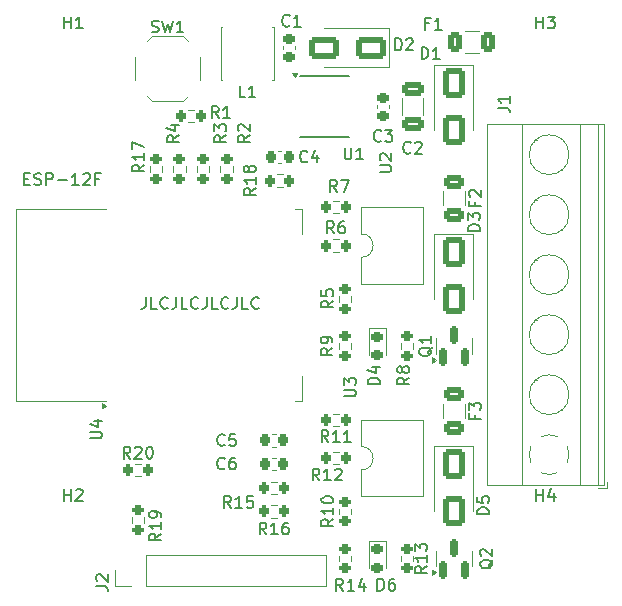
<source format=gbr>
%TF.GenerationSoftware,KiCad,Pcbnew,8.0.4*%
%TF.CreationDate,2024-07-28T20:40:06+02:00*%
%TF.ProjectId,DCWiFiSwitch,44435769-4669-4537-9769-7463682e6b69,rev?*%
%TF.SameCoordinates,Original*%
%TF.FileFunction,Legend,Top*%
%TF.FilePolarity,Positive*%
%FSLAX46Y46*%
G04 Gerber Fmt 4.6, Leading zero omitted, Abs format (unit mm)*
G04 Created by KiCad (PCBNEW 8.0.4) date 2024-07-28 20:40:06*
%MOMM*%
%LPD*%
G01*
G04 APERTURE LIST*
G04 Aperture macros list*
%AMRoundRect*
0 Rectangle with rounded corners*
0 $1 Rounding radius*
0 $2 $3 $4 $5 $6 $7 $8 $9 X,Y pos of 4 corners*
0 Add a 4 corners polygon primitive as box body*
4,1,4,$2,$3,$4,$5,$6,$7,$8,$9,$2,$3,0*
0 Add four circle primitives for the rounded corners*
1,1,$1+$1,$2,$3*
1,1,$1+$1,$4,$5*
1,1,$1+$1,$6,$7*
1,1,$1+$1,$8,$9*
0 Add four rect primitives between the rounded corners*
20,1,$1+$1,$2,$3,$4,$5,0*
20,1,$1+$1,$4,$5,$6,$7,0*
20,1,$1+$1,$6,$7,$8,$9,0*
20,1,$1+$1,$8,$9,$2,$3,0*%
G04 Aperture macros list end*
%ADD10C,0.200000*%
%ADD11C,0.150000*%
%ADD12C,0.120000*%
%ADD13RoundRect,0.200000X-0.200000X-0.275000X0.200000X-0.275000X0.200000X0.275000X-0.200000X0.275000X0*%
%ADD14RoundRect,0.200000X-0.275000X0.200000X-0.275000X-0.200000X0.275000X-0.200000X0.275000X0.200000X0*%
%ADD15RoundRect,0.218750X-0.256250X0.218750X-0.256250X-0.218750X0.256250X-0.218750X0.256250X0.218750X0*%
%ADD16RoundRect,0.200000X0.275000X-0.200000X0.275000X0.200000X-0.275000X0.200000X-0.275000X-0.200000X0*%
%ADD17C,5.700000*%
%ADD18R,1.550000X0.600000*%
%ADD19R,2.600000X3.100000*%
%ADD20C,3.200000*%
%ADD21R,3.700000X1.100000*%
%ADD22RoundRect,0.250000X-0.650000X1.000000X-0.650000X-1.000000X0.650000X-1.000000X0.650000X1.000000X0*%
%ADD23R,1.780000X2.000000*%
%ADD24RoundRect,0.250000X-0.625000X0.375000X-0.625000X-0.375000X0.625000X-0.375000X0.625000X0.375000X0*%
%ADD25R,2.600000X2.600000*%
%ADD26C,2.600000*%
%ADD27RoundRect,0.200000X0.200000X0.275000X-0.200000X0.275000X-0.200000X-0.275000X0.200000X-0.275000X0*%
%ADD28R,1.000000X2.500000*%
%ADD29R,1.800000X1.000000*%
%ADD30RoundRect,0.225000X0.250000X-0.225000X0.250000X0.225000X-0.250000X0.225000X-0.250000X-0.225000X0*%
%ADD31RoundRect,0.250000X1.000000X0.650000X-1.000000X0.650000X-1.000000X-0.650000X1.000000X-0.650000X0*%
%ADD32RoundRect,0.250000X0.375000X0.625000X-0.375000X0.625000X-0.375000X-0.625000X0.375000X-0.625000X0*%
%ADD33RoundRect,0.150000X0.150000X-0.587500X0.150000X0.587500X-0.150000X0.587500X-0.150000X-0.587500X0*%
%ADD34R,1.000000X0.750000*%
%ADD35R,1.700000X1.700000*%
%ADD36O,1.700000X1.700000*%
%ADD37RoundRect,0.225000X-0.250000X0.225000X-0.250000X-0.225000X0.250000X-0.225000X0.250000X0.225000X0*%
%ADD38RoundRect,0.225000X-0.225000X-0.250000X0.225000X-0.250000X0.225000X0.250000X-0.225000X0.250000X0*%
%ADD39RoundRect,0.250000X-0.650000X0.325000X-0.650000X-0.325000X0.650000X-0.325000X0.650000X0.325000X0*%
G04 APERTURE END LIST*
D10*
X90869673Y-54343409D02*
X91203006Y-54343409D01*
X91345863Y-54867219D02*
X90869673Y-54867219D01*
X90869673Y-54867219D02*
X90869673Y-53867219D01*
X90869673Y-53867219D02*
X91345863Y-53867219D01*
X91726816Y-54819600D02*
X91869673Y-54867219D01*
X91869673Y-54867219D02*
X92107768Y-54867219D01*
X92107768Y-54867219D02*
X92203006Y-54819600D01*
X92203006Y-54819600D02*
X92250625Y-54771980D01*
X92250625Y-54771980D02*
X92298244Y-54676742D01*
X92298244Y-54676742D02*
X92298244Y-54581504D01*
X92298244Y-54581504D02*
X92250625Y-54486266D01*
X92250625Y-54486266D02*
X92203006Y-54438647D01*
X92203006Y-54438647D02*
X92107768Y-54391028D01*
X92107768Y-54391028D02*
X91917292Y-54343409D01*
X91917292Y-54343409D02*
X91822054Y-54295790D01*
X91822054Y-54295790D02*
X91774435Y-54248171D01*
X91774435Y-54248171D02*
X91726816Y-54152933D01*
X91726816Y-54152933D02*
X91726816Y-54057695D01*
X91726816Y-54057695D02*
X91774435Y-53962457D01*
X91774435Y-53962457D02*
X91822054Y-53914838D01*
X91822054Y-53914838D02*
X91917292Y-53867219D01*
X91917292Y-53867219D02*
X92155387Y-53867219D01*
X92155387Y-53867219D02*
X92298244Y-53914838D01*
X92726816Y-54867219D02*
X92726816Y-53867219D01*
X92726816Y-53867219D02*
X93107768Y-53867219D01*
X93107768Y-53867219D02*
X93203006Y-53914838D01*
X93203006Y-53914838D02*
X93250625Y-53962457D01*
X93250625Y-53962457D02*
X93298244Y-54057695D01*
X93298244Y-54057695D02*
X93298244Y-54200552D01*
X93298244Y-54200552D02*
X93250625Y-54295790D01*
X93250625Y-54295790D02*
X93203006Y-54343409D01*
X93203006Y-54343409D02*
X93107768Y-54391028D01*
X93107768Y-54391028D02*
X92726816Y-54391028D01*
X93726816Y-54486266D02*
X94488721Y-54486266D01*
X95488720Y-54867219D02*
X94917292Y-54867219D01*
X95203006Y-54867219D02*
X95203006Y-53867219D01*
X95203006Y-53867219D02*
X95107768Y-54010076D01*
X95107768Y-54010076D02*
X95012530Y-54105314D01*
X95012530Y-54105314D02*
X94917292Y-54152933D01*
X95869673Y-53962457D02*
X95917292Y-53914838D01*
X95917292Y-53914838D02*
X96012530Y-53867219D01*
X96012530Y-53867219D02*
X96250625Y-53867219D01*
X96250625Y-53867219D02*
X96345863Y-53914838D01*
X96345863Y-53914838D02*
X96393482Y-53962457D01*
X96393482Y-53962457D02*
X96441101Y-54057695D01*
X96441101Y-54057695D02*
X96441101Y-54152933D01*
X96441101Y-54152933D02*
X96393482Y-54295790D01*
X96393482Y-54295790D02*
X95822054Y-54867219D01*
X95822054Y-54867219D02*
X96441101Y-54867219D01*
X97203006Y-54343409D02*
X96869673Y-54343409D01*
X96869673Y-54867219D02*
X96869673Y-53867219D01*
X96869673Y-53867219D02*
X97345863Y-53867219D01*
X101155387Y-64367219D02*
X101155387Y-65081504D01*
X101155387Y-65081504D02*
X101107768Y-65224361D01*
X101107768Y-65224361D02*
X101012530Y-65319600D01*
X101012530Y-65319600D02*
X100869673Y-65367219D01*
X100869673Y-65367219D02*
X100774435Y-65367219D01*
X102107768Y-65367219D02*
X101631578Y-65367219D01*
X101631578Y-65367219D02*
X101631578Y-64367219D01*
X103012530Y-65271980D02*
X102964911Y-65319600D01*
X102964911Y-65319600D02*
X102822054Y-65367219D01*
X102822054Y-65367219D02*
X102726816Y-65367219D01*
X102726816Y-65367219D02*
X102583959Y-65319600D01*
X102583959Y-65319600D02*
X102488721Y-65224361D01*
X102488721Y-65224361D02*
X102441102Y-65129123D01*
X102441102Y-65129123D02*
X102393483Y-64938647D01*
X102393483Y-64938647D02*
X102393483Y-64795790D01*
X102393483Y-64795790D02*
X102441102Y-64605314D01*
X102441102Y-64605314D02*
X102488721Y-64510076D01*
X102488721Y-64510076D02*
X102583959Y-64414838D01*
X102583959Y-64414838D02*
X102726816Y-64367219D01*
X102726816Y-64367219D02*
X102822054Y-64367219D01*
X102822054Y-64367219D02*
X102964911Y-64414838D01*
X102964911Y-64414838D02*
X103012530Y-64462457D01*
X103726816Y-64367219D02*
X103726816Y-65081504D01*
X103726816Y-65081504D02*
X103679197Y-65224361D01*
X103679197Y-65224361D02*
X103583959Y-65319600D01*
X103583959Y-65319600D02*
X103441102Y-65367219D01*
X103441102Y-65367219D02*
X103345864Y-65367219D01*
X104679197Y-65367219D02*
X104203007Y-65367219D01*
X104203007Y-65367219D02*
X104203007Y-64367219D01*
X105583959Y-65271980D02*
X105536340Y-65319600D01*
X105536340Y-65319600D02*
X105393483Y-65367219D01*
X105393483Y-65367219D02*
X105298245Y-65367219D01*
X105298245Y-65367219D02*
X105155388Y-65319600D01*
X105155388Y-65319600D02*
X105060150Y-65224361D01*
X105060150Y-65224361D02*
X105012531Y-65129123D01*
X105012531Y-65129123D02*
X104964912Y-64938647D01*
X104964912Y-64938647D02*
X104964912Y-64795790D01*
X104964912Y-64795790D02*
X105012531Y-64605314D01*
X105012531Y-64605314D02*
X105060150Y-64510076D01*
X105060150Y-64510076D02*
X105155388Y-64414838D01*
X105155388Y-64414838D02*
X105298245Y-64367219D01*
X105298245Y-64367219D02*
X105393483Y-64367219D01*
X105393483Y-64367219D02*
X105536340Y-64414838D01*
X105536340Y-64414838D02*
X105583959Y-64462457D01*
X106298245Y-64367219D02*
X106298245Y-65081504D01*
X106298245Y-65081504D02*
X106250626Y-65224361D01*
X106250626Y-65224361D02*
X106155388Y-65319600D01*
X106155388Y-65319600D02*
X106012531Y-65367219D01*
X106012531Y-65367219D02*
X105917293Y-65367219D01*
X107250626Y-65367219D02*
X106774436Y-65367219D01*
X106774436Y-65367219D02*
X106774436Y-64367219D01*
X108155388Y-65271980D02*
X108107769Y-65319600D01*
X108107769Y-65319600D02*
X107964912Y-65367219D01*
X107964912Y-65367219D02*
X107869674Y-65367219D01*
X107869674Y-65367219D02*
X107726817Y-65319600D01*
X107726817Y-65319600D02*
X107631579Y-65224361D01*
X107631579Y-65224361D02*
X107583960Y-65129123D01*
X107583960Y-65129123D02*
X107536341Y-64938647D01*
X107536341Y-64938647D02*
X107536341Y-64795790D01*
X107536341Y-64795790D02*
X107583960Y-64605314D01*
X107583960Y-64605314D02*
X107631579Y-64510076D01*
X107631579Y-64510076D02*
X107726817Y-64414838D01*
X107726817Y-64414838D02*
X107869674Y-64367219D01*
X107869674Y-64367219D02*
X107964912Y-64367219D01*
X107964912Y-64367219D02*
X108107769Y-64414838D01*
X108107769Y-64414838D02*
X108155388Y-64462457D01*
X108869674Y-64367219D02*
X108869674Y-65081504D01*
X108869674Y-65081504D02*
X108822055Y-65224361D01*
X108822055Y-65224361D02*
X108726817Y-65319600D01*
X108726817Y-65319600D02*
X108583960Y-65367219D01*
X108583960Y-65367219D02*
X108488722Y-65367219D01*
X109822055Y-65367219D02*
X109345865Y-65367219D01*
X109345865Y-65367219D02*
X109345865Y-64367219D01*
X110726817Y-65271980D02*
X110679198Y-65319600D01*
X110679198Y-65319600D02*
X110536341Y-65367219D01*
X110536341Y-65367219D02*
X110441103Y-65367219D01*
X110441103Y-65367219D02*
X110298246Y-65319600D01*
X110298246Y-65319600D02*
X110203008Y-65224361D01*
X110203008Y-65224361D02*
X110155389Y-65129123D01*
X110155389Y-65129123D02*
X110107770Y-64938647D01*
X110107770Y-64938647D02*
X110107770Y-64795790D01*
X110107770Y-64795790D02*
X110155389Y-64605314D01*
X110155389Y-64605314D02*
X110203008Y-64510076D01*
X110203008Y-64510076D02*
X110298246Y-64414838D01*
X110298246Y-64414838D02*
X110441103Y-64367219D01*
X110441103Y-64367219D02*
X110536341Y-64367219D01*
X110536341Y-64367219D02*
X110679198Y-64414838D01*
X110679198Y-64414838D02*
X110726817Y-64462457D01*
D11*
X99857142Y-78024819D02*
X99523809Y-77548628D01*
X99285714Y-78024819D02*
X99285714Y-77024819D01*
X99285714Y-77024819D02*
X99666666Y-77024819D01*
X99666666Y-77024819D02*
X99761904Y-77072438D01*
X99761904Y-77072438D02*
X99809523Y-77120057D01*
X99809523Y-77120057D02*
X99857142Y-77215295D01*
X99857142Y-77215295D02*
X99857142Y-77358152D01*
X99857142Y-77358152D02*
X99809523Y-77453390D01*
X99809523Y-77453390D02*
X99761904Y-77501009D01*
X99761904Y-77501009D02*
X99666666Y-77548628D01*
X99666666Y-77548628D02*
X99285714Y-77548628D01*
X100238095Y-77120057D02*
X100285714Y-77072438D01*
X100285714Y-77072438D02*
X100380952Y-77024819D01*
X100380952Y-77024819D02*
X100619047Y-77024819D01*
X100619047Y-77024819D02*
X100714285Y-77072438D01*
X100714285Y-77072438D02*
X100761904Y-77120057D01*
X100761904Y-77120057D02*
X100809523Y-77215295D01*
X100809523Y-77215295D02*
X100809523Y-77310533D01*
X100809523Y-77310533D02*
X100761904Y-77453390D01*
X100761904Y-77453390D02*
X100190476Y-78024819D01*
X100190476Y-78024819D02*
X100809523Y-78024819D01*
X101428571Y-77024819D02*
X101523809Y-77024819D01*
X101523809Y-77024819D02*
X101619047Y-77072438D01*
X101619047Y-77072438D02*
X101666666Y-77120057D01*
X101666666Y-77120057D02*
X101714285Y-77215295D01*
X101714285Y-77215295D02*
X101761904Y-77405771D01*
X101761904Y-77405771D02*
X101761904Y-77643866D01*
X101761904Y-77643866D02*
X101714285Y-77834342D01*
X101714285Y-77834342D02*
X101666666Y-77929580D01*
X101666666Y-77929580D02*
X101619047Y-77977200D01*
X101619047Y-77977200D02*
X101523809Y-78024819D01*
X101523809Y-78024819D02*
X101428571Y-78024819D01*
X101428571Y-78024819D02*
X101333333Y-77977200D01*
X101333333Y-77977200D02*
X101285714Y-77929580D01*
X101285714Y-77929580D02*
X101238095Y-77834342D01*
X101238095Y-77834342D02*
X101190476Y-77643866D01*
X101190476Y-77643866D02*
X101190476Y-77405771D01*
X101190476Y-77405771D02*
X101238095Y-77215295D01*
X101238095Y-77215295D02*
X101285714Y-77120057D01*
X101285714Y-77120057D02*
X101333333Y-77072438D01*
X101333333Y-77072438D02*
X101428571Y-77024819D01*
X102454819Y-84392857D02*
X101978628Y-84726190D01*
X102454819Y-84964285D02*
X101454819Y-84964285D01*
X101454819Y-84964285D02*
X101454819Y-84583333D01*
X101454819Y-84583333D02*
X101502438Y-84488095D01*
X101502438Y-84488095D02*
X101550057Y-84440476D01*
X101550057Y-84440476D02*
X101645295Y-84392857D01*
X101645295Y-84392857D02*
X101788152Y-84392857D01*
X101788152Y-84392857D02*
X101883390Y-84440476D01*
X101883390Y-84440476D02*
X101931009Y-84488095D01*
X101931009Y-84488095D02*
X101978628Y-84583333D01*
X101978628Y-84583333D02*
X101978628Y-84964285D01*
X102454819Y-83440476D02*
X102454819Y-84011904D01*
X102454819Y-83726190D02*
X101454819Y-83726190D01*
X101454819Y-83726190D02*
X101597676Y-83821428D01*
X101597676Y-83821428D02*
X101692914Y-83916666D01*
X101692914Y-83916666D02*
X101740533Y-84011904D01*
X102454819Y-82964285D02*
X102454819Y-82773809D01*
X102454819Y-82773809D02*
X102407200Y-82678571D01*
X102407200Y-82678571D02*
X102359580Y-82630952D01*
X102359580Y-82630952D02*
X102216723Y-82535714D01*
X102216723Y-82535714D02*
X102026247Y-82488095D01*
X102026247Y-82488095D02*
X101645295Y-82488095D01*
X101645295Y-82488095D02*
X101550057Y-82535714D01*
X101550057Y-82535714D02*
X101502438Y-82583333D01*
X101502438Y-82583333D02*
X101454819Y-82678571D01*
X101454819Y-82678571D02*
X101454819Y-82869047D01*
X101454819Y-82869047D02*
X101502438Y-82964285D01*
X101502438Y-82964285D02*
X101550057Y-83011904D01*
X101550057Y-83011904D02*
X101645295Y-83059523D01*
X101645295Y-83059523D02*
X101883390Y-83059523D01*
X101883390Y-83059523D02*
X101978628Y-83011904D01*
X101978628Y-83011904D02*
X102026247Y-82964285D01*
X102026247Y-82964285D02*
X102073866Y-82869047D01*
X102073866Y-82869047D02*
X102073866Y-82678571D01*
X102073866Y-82678571D02*
X102026247Y-82583333D01*
X102026247Y-82583333D02*
X101978628Y-82535714D01*
X101978628Y-82535714D02*
X101883390Y-82488095D01*
X120954819Y-71738094D02*
X119954819Y-71738094D01*
X119954819Y-71738094D02*
X119954819Y-71499999D01*
X119954819Y-71499999D02*
X120002438Y-71357142D01*
X120002438Y-71357142D02*
X120097676Y-71261904D01*
X120097676Y-71261904D02*
X120192914Y-71214285D01*
X120192914Y-71214285D02*
X120383390Y-71166666D01*
X120383390Y-71166666D02*
X120526247Y-71166666D01*
X120526247Y-71166666D02*
X120716723Y-71214285D01*
X120716723Y-71214285D02*
X120811961Y-71261904D01*
X120811961Y-71261904D02*
X120907200Y-71357142D01*
X120907200Y-71357142D02*
X120954819Y-71499999D01*
X120954819Y-71499999D02*
X120954819Y-71738094D01*
X120288152Y-70309523D02*
X120954819Y-70309523D01*
X119907200Y-70547618D02*
X120621485Y-70785713D01*
X120621485Y-70785713D02*
X120621485Y-70166666D01*
X101024819Y-53142857D02*
X100548628Y-53476190D01*
X101024819Y-53714285D02*
X100024819Y-53714285D01*
X100024819Y-53714285D02*
X100024819Y-53333333D01*
X100024819Y-53333333D02*
X100072438Y-53238095D01*
X100072438Y-53238095D02*
X100120057Y-53190476D01*
X100120057Y-53190476D02*
X100215295Y-53142857D01*
X100215295Y-53142857D02*
X100358152Y-53142857D01*
X100358152Y-53142857D02*
X100453390Y-53190476D01*
X100453390Y-53190476D02*
X100501009Y-53238095D01*
X100501009Y-53238095D02*
X100548628Y-53333333D01*
X100548628Y-53333333D02*
X100548628Y-53714285D01*
X101024819Y-52190476D02*
X101024819Y-52761904D01*
X101024819Y-52476190D02*
X100024819Y-52476190D01*
X100024819Y-52476190D02*
X100167676Y-52571428D01*
X100167676Y-52571428D02*
X100262914Y-52666666D01*
X100262914Y-52666666D02*
X100310533Y-52761904D01*
X100024819Y-51857142D02*
X100024819Y-51190476D01*
X100024819Y-51190476D02*
X101024819Y-51619047D01*
X134238095Y-41604819D02*
X134238095Y-40604819D01*
X134238095Y-41081009D02*
X134809523Y-41081009D01*
X134809523Y-41604819D02*
X134809523Y-40604819D01*
X135190476Y-40604819D02*
X135809523Y-40604819D01*
X135809523Y-40604819D02*
X135476190Y-40985771D01*
X135476190Y-40985771D02*
X135619047Y-40985771D01*
X135619047Y-40985771D02*
X135714285Y-41033390D01*
X135714285Y-41033390D02*
X135761904Y-41081009D01*
X135761904Y-41081009D02*
X135809523Y-41176247D01*
X135809523Y-41176247D02*
X135809523Y-41414342D01*
X135809523Y-41414342D02*
X135761904Y-41509580D01*
X135761904Y-41509580D02*
X135714285Y-41557200D01*
X135714285Y-41557200D02*
X135619047Y-41604819D01*
X135619047Y-41604819D02*
X135333333Y-41604819D01*
X135333333Y-41604819D02*
X135238095Y-41557200D01*
X135238095Y-41557200D02*
X135190476Y-41509580D01*
X134238095Y-81604819D02*
X134238095Y-80604819D01*
X134238095Y-81081009D02*
X134809523Y-81081009D01*
X134809523Y-81604819D02*
X134809523Y-80604819D01*
X135714285Y-80938152D02*
X135714285Y-81604819D01*
X135476190Y-80557200D02*
X135238095Y-81271485D01*
X135238095Y-81271485D02*
X135857142Y-81271485D01*
X117988095Y-51704819D02*
X117988095Y-52514342D01*
X117988095Y-52514342D02*
X118035714Y-52609580D01*
X118035714Y-52609580D02*
X118083333Y-52657200D01*
X118083333Y-52657200D02*
X118178571Y-52704819D01*
X118178571Y-52704819D02*
X118369047Y-52704819D01*
X118369047Y-52704819D02*
X118464285Y-52657200D01*
X118464285Y-52657200D02*
X118511904Y-52609580D01*
X118511904Y-52609580D02*
X118559523Y-52514342D01*
X118559523Y-52514342D02*
X118559523Y-51704819D01*
X119559523Y-52704819D02*
X118988095Y-52704819D01*
X119273809Y-52704819D02*
X119273809Y-51704819D01*
X119273809Y-51704819D02*
X119178571Y-51847676D01*
X119178571Y-51847676D02*
X119083333Y-51942914D01*
X119083333Y-51942914D02*
X118988095Y-51990533D01*
X123454819Y-71166666D02*
X122978628Y-71499999D01*
X123454819Y-71738094D02*
X122454819Y-71738094D01*
X122454819Y-71738094D02*
X122454819Y-71357142D01*
X122454819Y-71357142D02*
X122502438Y-71261904D01*
X122502438Y-71261904D02*
X122550057Y-71214285D01*
X122550057Y-71214285D02*
X122645295Y-71166666D01*
X122645295Y-71166666D02*
X122788152Y-71166666D01*
X122788152Y-71166666D02*
X122883390Y-71214285D01*
X122883390Y-71214285D02*
X122931009Y-71261904D01*
X122931009Y-71261904D02*
X122978628Y-71357142D01*
X122978628Y-71357142D02*
X122978628Y-71738094D01*
X122883390Y-70595237D02*
X122835771Y-70690475D01*
X122835771Y-70690475D02*
X122788152Y-70738094D01*
X122788152Y-70738094D02*
X122692914Y-70785713D01*
X122692914Y-70785713D02*
X122645295Y-70785713D01*
X122645295Y-70785713D02*
X122550057Y-70738094D01*
X122550057Y-70738094D02*
X122502438Y-70690475D01*
X122502438Y-70690475D02*
X122454819Y-70595237D01*
X122454819Y-70595237D02*
X122454819Y-70404761D01*
X122454819Y-70404761D02*
X122502438Y-70309523D01*
X122502438Y-70309523D02*
X122550057Y-70261904D01*
X122550057Y-70261904D02*
X122645295Y-70214285D01*
X122645295Y-70214285D02*
X122692914Y-70214285D01*
X122692914Y-70214285D02*
X122788152Y-70261904D01*
X122788152Y-70261904D02*
X122835771Y-70309523D01*
X122835771Y-70309523D02*
X122883390Y-70404761D01*
X122883390Y-70404761D02*
X122883390Y-70595237D01*
X122883390Y-70595237D02*
X122931009Y-70690475D01*
X122931009Y-70690475D02*
X122978628Y-70738094D01*
X122978628Y-70738094D02*
X123073866Y-70785713D01*
X123073866Y-70785713D02*
X123264342Y-70785713D01*
X123264342Y-70785713D02*
X123359580Y-70738094D01*
X123359580Y-70738094D02*
X123407200Y-70690475D01*
X123407200Y-70690475D02*
X123454819Y-70595237D01*
X123454819Y-70595237D02*
X123454819Y-70404761D01*
X123454819Y-70404761D02*
X123407200Y-70309523D01*
X123407200Y-70309523D02*
X123359580Y-70261904D01*
X123359580Y-70261904D02*
X123264342Y-70214285D01*
X123264342Y-70214285D02*
X123073866Y-70214285D01*
X123073866Y-70214285D02*
X122978628Y-70261904D01*
X122978628Y-70261904D02*
X122931009Y-70309523D01*
X122931009Y-70309523D02*
X122883390Y-70404761D01*
X94238095Y-41604819D02*
X94238095Y-40604819D01*
X94238095Y-41081009D02*
X94809523Y-41081009D01*
X94809523Y-41604819D02*
X94809523Y-40604819D01*
X95809523Y-41604819D02*
X95238095Y-41604819D01*
X95523809Y-41604819D02*
X95523809Y-40604819D01*
X95523809Y-40604819D02*
X95428571Y-40747676D01*
X95428571Y-40747676D02*
X95333333Y-40842914D01*
X95333333Y-40842914D02*
X95238095Y-40890533D01*
X109583333Y-47454819D02*
X109107143Y-47454819D01*
X109107143Y-47454819D02*
X109107143Y-46454819D01*
X110440476Y-47454819D02*
X109869048Y-47454819D01*
X110154762Y-47454819D02*
X110154762Y-46454819D01*
X110154762Y-46454819D02*
X110059524Y-46597676D01*
X110059524Y-46597676D02*
X109964286Y-46692914D01*
X109964286Y-46692914D02*
X109869048Y-46740533D01*
X120761905Y-89204819D02*
X120761905Y-88204819D01*
X120761905Y-88204819D02*
X121000000Y-88204819D01*
X121000000Y-88204819D02*
X121142857Y-88252438D01*
X121142857Y-88252438D02*
X121238095Y-88347676D01*
X121238095Y-88347676D02*
X121285714Y-88442914D01*
X121285714Y-88442914D02*
X121333333Y-88633390D01*
X121333333Y-88633390D02*
X121333333Y-88776247D01*
X121333333Y-88776247D02*
X121285714Y-88966723D01*
X121285714Y-88966723D02*
X121238095Y-89061961D01*
X121238095Y-89061961D02*
X121142857Y-89157200D01*
X121142857Y-89157200D02*
X121000000Y-89204819D01*
X121000000Y-89204819D02*
X120761905Y-89204819D01*
X122190476Y-88204819D02*
X122000000Y-88204819D01*
X122000000Y-88204819D02*
X121904762Y-88252438D01*
X121904762Y-88252438D02*
X121857143Y-88300057D01*
X121857143Y-88300057D02*
X121761905Y-88442914D01*
X121761905Y-88442914D02*
X121714286Y-88633390D01*
X121714286Y-88633390D02*
X121714286Y-89014342D01*
X121714286Y-89014342D02*
X121761905Y-89109580D01*
X121761905Y-89109580D02*
X121809524Y-89157200D01*
X121809524Y-89157200D02*
X121904762Y-89204819D01*
X121904762Y-89204819D02*
X122095238Y-89204819D01*
X122095238Y-89204819D02*
X122190476Y-89157200D01*
X122190476Y-89157200D02*
X122238095Y-89109580D01*
X122238095Y-89109580D02*
X122285714Y-89014342D01*
X122285714Y-89014342D02*
X122285714Y-88776247D01*
X122285714Y-88776247D02*
X122238095Y-88681009D01*
X122238095Y-88681009D02*
X122190476Y-88633390D01*
X122190476Y-88633390D02*
X122095238Y-88585771D01*
X122095238Y-88585771D02*
X121904762Y-88585771D01*
X121904762Y-88585771D02*
X121809524Y-88633390D01*
X121809524Y-88633390D02*
X121761905Y-88681009D01*
X121761905Y-88681009D02*
X121714286Y-88776247D01*
X130204819Y-82738094D02*
X129204819Y-82738094D01*
X129204819Y-82738094D02*
X129204819Y-82499999D01*
X129204819Y-82499999D02*
X129252438Y-82357142D01*
X129252438Y-82357142D02*
X129347676Y-82261904D01*
X129347676Y-82261904D02*
X129442914Y-82214285D01*
X129442914Y-82214285D02*
X129633390Y-82166666D01*
X129633390Y-82166666D02*
X129776247Y-82166666D01*
X129776247Y-82166666D02*
X129966723Y-82214285D01*
X129966723Y-82214285D02*
X130061961Y-82261904D01*
X130061961Y-82261904D02*
X130157200Y-82357142D01*
X130157200Y-82357142D02*
X130204819Y-82499999D01*
X130204819Y-82499999D02*
X130204819Y-82738094D01*
X129204819Y-81261904D02*
X129204819Y-81738094D01*
X129204819Y-81738094D02*
X129681009Y-81785713D01*
X129681009Y-81785713D02*
X129633390Y-81738094D01*
X129633390Y-81738094D02*
X129585771Y-81642856D01*
X129585771Y-81642856D02*
X129585771Y-81404761D01*
X129585771Y-81404761D02*
X129633390Y-81309523D01*
X129633390Y-81309523D02*
X129681009Y-81261904D01*
X129681009Y-81261904D02*
X129776247Y-81214285D01*
X129776247Y-81214285D02*
X130014342Y-81214285D01*
X130014342Y-81214285D02*
X130109580Y-81261904D01*
X130109580Y-81261904D02*
X130157200Y-81309523D01*
X130157200Y-81309523D02*
X130204819Y-81404761D01*
X130204819Y-81404761D02*
X130204819Y-81642856D01*
X130204819Y-81642856D02*
X130157200Y-81738094D01*
X130157200Y-81738094D02*
X130109580Y-81785713D01*
X117954819Y-72761904D02*
X118764342Y-72761904D01*
X118764342Y-72761904D02*
X118859580Y-72714285D01*
X118859580Y-72714285D02*
X118907200Y-72666666D01*
X118907200Y-72666666D02*
X118954819Y-72571428D01*
X118954819Y-72571428D02*
X118954819Y-72380952D01*
X118954819Y-72380952D02*
X118907200Y-72285714D01*
X118907200Y-72285714D02*
X118859580Y-72238095D01*
X118859580Y-72238095D02*
X118764342Y-72190476D01*
X118764342Y-72190476D02*
X117954819Y-72190476D01*
X117954819Y-71809523D02*
X117954819Y-71190476D01*
X117954819Y-71190476D02*
X118335771Y-71523809D01*
X118335771Y-71523809D02*
X118335771Y-71380952D01*
X118335771Y-71380952D02*
X118383390Y-71285714D01*
X118383390Y-71285714D02*
X118431009Y-71238095D01*
X118431009Y-71238095D02*
X118526247Y-71190476D01*
X118526247Y-71190476D02*
X118764342Y-71190476D01*
X118764342Y-71190476D02*
X118859580Y-71238095D01*
X118859580Y-71238095D02*
X118907200Y-71285714D01*
X118907200Y-71285714D02*
X118954819Y-71380952D01*
X118954819Y-71380952D02*
X118954819Y-71666666D01*
X118954819Y-71666666D02*
X118907200Y-71761904D01*
X118907200Y-71761904D02*
X118859580Y-71809523D01*
X94238095Y-81604819D02*
X94238095Y-80604819D01*
X94238095Y-81081009D02*
X94809523Y-81081009D01*
X94809523Y-81604819D02*
X94809523Y-80604819D01*
X95238095Y-80700057D02*
X95285714Y-80652438D01*
X95285714Y-80652438D02*
X95380952Y-80604819D01*
X95380952Y-80604819D02*
X95619047Y-80604819D01*
X95619047Y-80604819D02*
X95714285Y-80652438D01*
X95714285Y-80652438D02*
X95761904Y-80700057D01*
X95761904Y-80700057D02*
X95809523Y-80795295D01*
X95809523Y-80795295D02*
X95809523Y-80890533D01*
X95809523Y-80890533D02*
X95761904Y-81033390D01*
X95761904Y-81033390D02*
X95190476Y-81604819D01*
X95190476Y-81604819D02*
X95809523Y-81604819D01*
X116954819Y-68666666D02*
X116478628Y-68999999D01*
X116954819Y-69238094D02*
X115954819Y-69238094D01*
X115954819Y-69238094D02*
X115954819Y-68857142D01*
X115954819Y-68857142D02*
X116002438Y-68761904D01*
X116002438Y-68761904D02*
X116050057Y-68714285D01*
X116050057Y-68714285D02*
X116145295Y-68666666D01*
X116145295Y-68666666D02*
X116288152Y-68666666D01*
X116288152Y-68666666D02*
X116383390Y-68714285D01*
X116383390Y-68714285D02*
X116431009Y-68761904D01*
X116431009Y-68761904D02*
X116478628Y-68857142D01*
X116478628Y-68857142D02*
X116478628Y-69238094D01*
X116954819Y-68190475D02*
X116954819Y-67999999D01*
X116954819Y-67999999D02*
X116907200Y-67904761D01*
X116907200Y-67904761D02*
X116859580Y-67857142D01*
X116859580Y-67857142D02*
X116716723Y-67761904D01*
X116716723Y-67761904D02*
X116526247Y-67714285D01*
X116526247Y-67714285D02*
X116145295Y-67714285D01*
X116145295Y-67714285D02*
X116050057Y-67761904D01*
X116050057Y-67761904D02*
X116002438Y-67809523D01*
X116002438Y-67809523D02*
X115954819Y-67904761D01*
X115954819Y-67904761D02*
X115954819Y-68095237D01*
X115954819Y-68095237D02*
X116002438Y-68190475D01*
X116002438Y-68190475D02*
X116050057Y-68238094D01*
X116050057Y-68238094D02*
X116145295Y-68285713D01*
X116145295Y-68285713D02*
X116383390Y-68285713D01*
X116383390Y-68285713D02*
X116478628Y-68238094D01*
X116478628Y-68238094D02*
X116526247Y-68190475D01*
X116526247Y-68190475D02*
X116573866Y-68095237D01*
X116573866Y-68095237D02*
X116573866Y-67904761D01*
X116573866Y-67904761D02*
X116526247Y-67809523D01*
X116526247Y-67809523D02*
X116478628Y-67761904D01*
X116478628Y-67761904D02*
X116383390Y-67714285D01*
X129001009Y-74333333D02*
X129001009Y-74666666D01*
X129524819Y-74666666D02*
X128524819Y-74666666D01*
X128524819Y-74666666D02*
X128524819Y-74190476D01*
X128524819Y-73904761D02*
X128524819Y-73285714D01*
X128524819Y-73285714D02*
X128905771Y-73619047D01*
X128905771Y-73619047D02*
X128905771Y-73476190D01*
X128905771Y-73476190D02*
X128953390Y-73380952D01*
X128953390Y-73380952D02*
X129001009Y-73333333D01*
X129001009Y-73333333D02*
X129096247Y-73285714D01*
X129096247Y-73285714D02*
X129334342Y-73285714D01*
X129334342Y-73285714D02*
X129429580Y-73333333D01*
X129429580Y-73333333D02*
X129477200Y-73380952D01*
X129477200Y-73380952D02*
X129524819Y-73476190D01*
X129524819Y-73476190D02*
X129524819Y-73761904D01*
X129524819Y-73761904D02*
X129477200Y-73857142D01*
X129477200Y-73857142D02*
X129429580Y-73904761D01*
X130954819Y-48333333D02*
X131669104Y-48333333D01*
X131669104Y-48333333D02*
X131811961Y-48380952D01*
X131811961Y-48380952D02*
X131907200Y-48476190D01*
X131907200Y-48476190D02*
X131954819Y-48619047D01*
X131954819Y-48619047D02*
X131954819Y-48714285D01*
X131954819Y-47333333D02*
X131954819Y-47904761D01*
X131954819Y-47619047D02*
X130954819Y-47619047D01*
X130954819Y-47619047D02*
X131097676Y-47714285D01*
X131097676Y-47714285D02*
X131192914Y-47809523D01*
X131192914Y-47809523D02*
X131240533Y-47904761D01*
X117083333Y-58954819D02*
X116750000Y-58478628D01*
X116511905Y-58954819D02*
X116511905Y-57954819D01*
X116511905Y-57954819D02*
X116892857Y-57954819D01*
X116892857Y-57954819D02*
X116988095Y-58002438D01*
X116988095Y-58002438D02*
X117035714Y-58050057D01*
X117035714Y-58050057D02*
X117083333Y-58145295D01*
X117083333Y-58145295D02*
X117083333Y-58288152D01*
X117083333Y-58288152D02*
X117035714Y-58383390D01*
X117035714Y-58383390D02*
X116988095Y-58431009D01*
X116988095Y-58431009D02*
X116892857Y-58478628D01*
X116892857Y-58478628D02*
X116511905Y-58478628D01*
X117940476Y-57954819D02*
X117750000Y-57954819D01*
X117750000Y-57954819D02*
X117654762Y-58002438D01*
X117654762Y-58002438D02*
X117607143Y-58050057D01*
X117607143Y-58050057D02*
X117511905Y-58192914D01*
X117511905Y-58192914D02*
X117464286Y-58383390D01*
X117464286Y-58383390D02*
X117464286Y-58764342D01*
X117464286Y-58764342D02*
X117511905Y-58859580D01*
X117511905Y-58859580D02*
X117559524Y-58907200D01*
X117559524Y-58907200D02*
X117654762Y-58954819D01*
X117654762Y-58954819D02*
X117845238Y-58954819D01*
X117845238Y-58954819D02*
X117940476Y-58907200D01*
X117940476Y-58907200D02*
X117988095Y-58859580D01*
X117988095Y-58859580D02*
X118035714Y-58764342D01*
X118035714Y-58764342D02*
X118035714Y-58526247D01*
X118035714Y-58526247D02*
X117988095Y-58431009D01*
X117988095Y-58431009D02*
X117940476Y-58383390D01*
X117940476Y-58383390D02*
X117845238Y-58335771D01*
X117845238Y-58335771D02*
X117654762Y-58335771D01*
X117654762Y-58335771D02*
X117559524Y-58383390D01*
X117559524Y-58383390D02*
X117511905Y-58431009D01*
X117511905Y-58431009D02*
X117464286Y-58526247D01*
X117024819Y-83142857D02*
X116548628Y-83476190D01*
X117024819Y-83714285D02*
X116024819Y-83714285D01*
X116024819Y-83714285D02*
X116024819Y-83333333D01*
X116024819Y-83333333D02*
X116072438Y-83238095D01*
X116072438Y-83238095D02*
X116120057Y-83190476D01*
X116120057Y-83190476D02*
X116215295Y-83142857D01*
X116215295Y-83142857D02*
X116358152Y-83142857D01*
X116358152Y-83142857D02*
X116453390Y-83190476D01*
X116453390Y-83190476D02*
X116501009Y-83238095D01*
X116501009Y-83238095D02*
X116548628Y-83333333D01*
X116548628Y-83333333D02*
X116548628Y-83714285D01*
X117024819Y-82190476D02*
X117024819Y-82761904D01*
X117024819Y-82476190D02*
X116024819Y-82476190D01*
X116024819Y-82476190D02*
X116167676Y-82571428D01*
X116167676Y-82571428D02*
X116262914Y-82666666D01*
X116262914Y-82666666D02*
X116310533Y-82761904D01*
X116024819Y-81571428D02*
X116024819Y-81476190D01*
X116024819Y-81476190D02*
X116072438Y-81380952D01*
X116072438Y-81380952D02*
X116120057Y-81333333D01*
X116120057Y-81333333D02*
X116215295Y-81285714D01*
X116215295Y-81285714D02*
X116405771Y-81238095D01*
X116405771Y-81238095D02*
X116643866Y-81238095D01*
X116643866Y-81238095D02*
X116834342Y-81285714D01*
X116834342Y-81285714D02*
X116929580Y-81333333D01*
X116929580Y-81333333D02*
X116977200Y-81380952D01*
X116977200Y-81380952D02*
X117024819Y-81476190D01*
X117024819Y-81476190D02*
X117024819Y-81571428D01*
X117024819Y-81571428D02*
X116977200Y-81666666D01*
X116977200Y-81666666D02*
X116929580Y-81714285D01*
X116929580Y-81714285D02*
X116834342Y-81761904D01*
X116834342Y-81761904D02*
X116643866Y-81809523D01*
X116643866Y-81809523D02*
X116405771Y-81809523D01*
X116405771Y-81809523D02*
X116215295Y-81761904D01*
X116215295Y-81761904D02*
X116120057Y-81714285D01*
X116120057Y-81714285D02*
X116072438Y-81666666D01*
X116072438Y-81666666D02*
X116024819Y-81571428D01*
X96444819Y-76321904D02*
X97254342Y-76321904D01*
X97254342Y-76321904D02*
X97349580Y-76274285D01*
X97349580Y-76274285D02*
X97397200Y-76226666D01*
X97397200Y-76226666D02*
X97444819Y-76131428D01*
X97444819Y-76131428D02*
X97444819Y-75940952D01*
X97444819Y-75940952D02*
X97397200Y-75845714D01*
X97397200Y-75845714D02*
X97349580Y-75798095D01*
X97349580Y-75798095D02*
X97254342Y-75750476D01*
X97254342Y-75750476D02*
X96444819Y-75750476D01*
X96778152Y-74845714D02*
X97444819Y-74845714D01*
X96397200Y-75083809D02*
X97111485Y-75321904D01*
X97111485Y-75321904D02*
X97111485Y-74702857D01*
X113333333Y-41359580D02*
X113285714Y-41407200D01*
X113285714Y-41407200D02*
X113142857Y-41454819D01*
X113142857Y-41454819D02*
X113047619Y-41454819D01*
X113047619Y-41454819D02*
X112904762Y-41407200D01*
X112904762Y-41407200D02*
X112809524Y-41311961D01*
X112809524Y-41311961D02*
X112761905Y-41216723D01*
X112761905Y-41216723D02*
X112714286Y-41026247D01*
X112714286Y-41026247D02*
X112714286Y-40883390D01*
X112714286Y-40883390D02*
X112761905Y-40692914D01*
X112761905Y-40692914D02*
X112809524Y-40597676D01*
X112809524Y-40597676D02*
X112904762Y-40502438D01*
X112904762Y-40502438D02*
X113047619Y-40454819D01*
X113047619Y-40454819D02*
X113142857Y-40454819D01*
X113142857Y-40454819D02*
X113285714Y-40502438D01*
X113285714Y-40502438D02*
X113333333Y-40550057D01*
X114285714Y-41454819D02*
X113714286Y-41454819D01*
X114000000Y-41454819D02*
X114000000Y-40454819D01*
X114000000Y-40454819D02*
X113904762Y-40597676D01*
X113904762Y-40597676D02*
X113809524Y-40692914D01*
X113809524Y-40692914D02*
X113714286Y-40740533D01*
X117333333Y-55454819D02*
X117000000Y-54978628D01*
X116761905Y-55454819D02*
X116761905Y-54454819D01*
X116761905Y-54454819D02*
X117142857Y-54454819D01*
X117142857Y-54454819D02*
X117238095Y-54502438D01*
X117238095Y-54502438D02*
X117285714Y-54550057D01*
X117285714Y-54550057D02*
X117333333Y-54645295D01*
X117333333Y-54645295D02*
X117333333Y-54788152D01*
X117333333Y-54788152D02*
X117285714Y-54883390D01*
X117285714Y-54883390D02*
X117238095Y-54931009D01*
X117238095Y-54931009D02*
X117142857Y-54978628D01*
X117142857Y-54978628D02*
X116761905Y-54978628D01*
X117666667Y-54454819D02*
X118333333Y-54454819D01*
X118333333Y-54454819D02*
X117904762Y-55454819D01*
X122261905Y-43454819D02*
X122261905Y-42454819D01*
X122261905Y-42454819D02*
X122500000Y-42454819D01*
X122500000Y-42454819D02*
X122642857Y-42502438D01*
X122642857Y-42502438D02*
X122738095Y-42597676D01*
X122738095Y-42597676D02*
X122785714Y-42692914D01*
X122785714Y-42692914D02*
X122833333Y-42883390D01*
X122833333Y-42883390D02*
X122833333Y-43026247D01*
X122833333Y-43026247D02*
X122785714Y-43216723D01*
X122785714Y-43216723D02*
X122738095Y-43311961D01*
X122738095Y-43311961D02*
X122642857Y-43407200D01*
X122642857Y-43407200D02*
X122500000Y-43454819D01*
X122500000Y-43454819D02*
X122261905Y-43454819D01*
X123214286Y-42550057D02*
X123261905Y-42502438D01*
X123261905Y-42502438D02*
X123357143Y-42454819D01*
X123357143Y-42454819D02*
X123595238Y-42454819D01*
X123595238Y-42454819D02*
X123690476Y-42502438D01*
X123690476Y-42502438D02*
X123738095Y-42550057D01*
X123738095Y-42550057D02*
X123785714Y-42645295D01*
X123785714Y-42645295D02*
X123785714Y-42740533D01*
X123785714Y-42740533D02*
X123738095Y-42883390D01*
X123738095Y-42883390D02*
X123166667Y-43454819D01*
X123166667Y-43454819D02*
X123785714Y-43454819D01*
X125166666Y-41181009D02*
X124833333Y-41181009D01*
X124833333Y-41704819D02*
X124833333Y-40704819D01*
X124833333Y-40704819D02*
X125309523Y-40704819D01*
X126214285Y-41704819D02*
X125642857Y-41704819D01*
X125928571Y-41704819D02*
X125928571Y-40704819D01*
X125928571Y-40704819D02*
X125833333Y-40847676D01*
X125833333Y-40847676D02*
X125738095Y-40942914D01*
X125738095Y-40942914D02*
X125642857Y-40990533D01*
X107333333Y-49204819D02*
X107000000Y-48728628D01*
X106761905Y-49204819D02*
X106761905Y-48204819D01*
X106761905Y-48204819D02*
X107142857Y-48204819D01*
X107142857Y-48204819D02*
X107238095Y-48252438D01*
X107238095Y-48252438D02*
X107285714Y-48300057D01*
X107285714Y-48300057D02*
X107333333Y-48395295D01*
X107333333Y-48395295D02*
X107333333Y-48538152D01*
X107333333Y-48538152D02*
X107285714Y-48633390D01*
X107285714Y-48633390D02*
X107238095Y-48681009D01*
X107238095Y-48681009D02*
X107142857Y-48728628D01*
X107142857Y-48728628D02*
X106761905Y-48728628D01*
X108285714Y-49204819D02*
X107714286Y-49204819D01*
X108000000Y-49204819D02*
X108000000Y-48204819D01*
X108000000Y-48204819D02*
X107904762Y-48347676D01*
X107904762Y-48347676D02*
X107809524Y-48442914D01*
X107809524Y-48442914D02*
X107714286Y-48490533D01*
X117857142Y-89204819D02*
X117523809Y-88728628D01*
X117285714Y-89204819D02*
X117285714Y-88204819D01*
X117285714Y-88204819D02*
X117666666Y-88204819D01*
X117666666Y-88204819D02*
X117761904Y-88252438D01*
X117761904Y-88252438D02*
X117809523Y-88300057D01*
X117809523Y-88300057D02*
X117857142Y-88395295D01*
X117857142Y-88395295D02*
X117857142Y-88538152D01*
X117857142Y-88538152D02*
X117809523Y-88633390D01*
X117809523Y-88633390D02*
X117761904Y-88681009D01*
X117761904Y-88681009D02*
X117666666Y-88728628D01*
X117666666Y-88728628D02*
X117285714Y-88728628D01*
X118809523Y-89204819D02*
X118238095Y-89204819D01*
X118523809Y-89204819D02*
X118523809Y-88204819D01*
X118523809Y-88204819D02*
X118428571Y-88347676D01*
X118428571Y-88347676D02*
X118333333Y-88442914D01*
X118333333Y-88442914D02*
X118238095Y-88490533D01*
X119666666Y-88538152D02*
X119666666Y-89204819D01*
X119428571Y-88157200D02*
X119190476Y-88871485D01*
X119190476Y-88871485D02*
X119809523Y-88871485D01*
X111357142Y-84454819D02*
X111023809Y-83978628D01*
X110785714Y-84454819D02*
X110785714Y-83454819D01*
X110785714Y-83454819D02*
X111166666Y-83454819D01*
X111166666Y-83454819D02*
X111261904Y-83502438D01*
X111261904Y-83502438D02*
X111309523Y-83550057D01*
X111309523Y-83550057D02*
X111357142Y-83645295D01*
X111357142Y-83645295D02*
X111357142Y-83788152D01*
X111357142Y-83788152D02*
X111309523Y-83883390D01*
X111309523Y-83883390D02*
X111261904Y-83931009D01*
X111261904Y-83931009D02*
X111166666Y-83978628D01*
X111166666Y-83978628D02*
X110785714Y-83978628D01*
X112309523Y-84454819D02*
X111738095Y-84454819D01*
X112023809Y-84454819D02*
X112023809Y-83454819D01*
X112023809Y-83454819D02*
X111928571Y-83597676D01*
X111928571Y-83597676D02*
X111833333Y-83692914D01*
X111833333Y-83692914D02*
X111738095Y-83740533D01*
X113166666Y-83454819D02*
X112976190Y-83454819D01*
X112976190Y-83454819D02*
X112880952Y-83502438D01*
X112880952Y-83502438D02*
X112833333Y-83550057D01*
X112833333Y-83550057D02*
X112738095Y-83692914D01*
X112738095Y-83692914D02*
X112690476Y-83883390D01*
X112690476Y-83883390D02*
X112690476Y-84264342D01*
X112690476Y-84264342D02*
X112738095Y-84359580D01*
X112738095Y-84359580D02*
X112785714Y-84407200D01*
X112785714Y-84407200D02*
X112880952Y-84454819D01*
X112880952Y-84454819D02*
X113071428Y-84454819D01*
X113071428Y-84454819D02*
X113166666Y-84407200D01*
X113166666Y-84407200D02*
X113214285Y-84359580D01*
X113214285Y-84359580D02*
X113261904Y-84264342D01*
X113261904Y-84264342D02*
X113261904Y-84026247D01*
X113261904Y-84026247D02*
X113214285Y-83931009D01*
X113214285Y-83931009D02*
X113166666Y-83883390D01*
X113166666Y-83883390D02*
X113071428Y-83835771D01*
X113071428Y-83835771D02*
X112880952Y-83835771D01*
X112880952Y-83835771D02*
X112785714Y-83883390D01*
X112785714Y-83883390D02*
X112738095Y-83931009D01*
X112738095Y-83931009D02*
X112690476Y-84026247D01*
X120954819Y-53761904D02*
X121764342Y-53761904D01*
X121764342Y-53761904D02*
X121859580Y-53714285D01*
X121859580Y-53714285D02*
X121907200Y-53666666D01*
X121907200Y-53666666D02*
X121954819Y-53571428D01*
X121954819Y-53571428D02*
X121954819Y-53380952D01*
X121954819Y-53380952D02*
X121907200Y-53285714D01*
X121907200Y-53285714D02*
X121859580Y-53238095D01*
X121859580Y-53238095D02*
X121764342Y-53190476D01*
X121764342Y-53190476D02*
X120954819Y-53190476D01*
X121050057Y-52761904D02*
X121002438Y-52714285D01*
X121002438Y-52714285D02*
X120954819Y-52619047D01*
X120954819Y-52619047D02*
X120954819Y-52380952D01*
X120954819Y-52380952D02*
X121002438Y-52285714D01*
X121002438Y-52285714D02*
X121050057Y-52238095D01*
X121050057Y-52238095D02*
X121145295Y-52190476D01*
X121145295Y-52190476D02*
X121240533Y-52190476D01*
X121240533Y-52190476D02*
X121383390Y-52238095D01*
X121383390Y-52238095D02*
X121954819Y-52809523D01*
X121954819Y-52809523D02*
X121954819Y-52190476D01*
X108357142Y-82204819D02*
X108023809Y-81728628D01*
X107785714Y-82204819D02*
X107785714Y-81204819D01*
X107785714Y-81204819D02*
X108166666Y-81204819D01*
X108166666Y-81204819D02*
X108261904Y-81252438D01*
X108261904Y-81252438D02*
X108309523Y-81300057D01*
X108309523Y-81300057D02*
X108357142Y-81395295D01*
X108357142Y-81395295D02*
X108357142Y-81538152D01*
X108357142Y-81538152D02*
X108309523Y-81633390D01*
X108309523Y-81633390D02*
X108261904Y-81681009D01*
X108261904Y-81681009D02*
X108166666Y-81728628D01*
X108166666Y-81728628D02*
X107785714Y-81728628D01*
X109309523Y-82204819D02*
X108738095Y-82204819D01*
X109023809Y-82204819D02*
X109023809Y-81204819D01*
X109023809Y-81204819D02*
X108928571Y-81347676D01*
X108928571Y-81347676D02*
X108833333Y-81442914D01*
X108833333Y-81442914D02*
X108738095Y-81490533D01*
X110214285Y-81204819D02*
X109738095Y-81204819D01*
X109738095Y-81204819D02*
X109690476Y-81681009D01*
X109690476Y-81681009D02*
X109738095Y-81633390D01*
X109738095Y-81633390D02*
X109833333Y-81585771D01*
X109833333Y-81585771D02*
X110071428Y-81585771D01*
X110071428Y-81585771D02*
X110166666Y-81633390D01*
X110166666Y-81633390D02*
X110214285Y-81681009D01*
X110214285Y-81681009D02*
X110261904Y-81776247D01*
X110261904Y-81776247D02*
X110261904Y-82014342D01*
X110261904Y-82014342D02*
X110214285Y-82109580D01*
X110214285Y-82109580D02*
X110166666Y-82157200D01*
X110166666Y-82157200D02*
X110071428Y-82204819D01*
X110071428Y-82204819D02*
X109833333Y-82204819D01*
X109833333Y-82204819D02*
X109738095Y-82157200D01*
X109738095Y-82157200D02*
X109690476Y-82109580D01*
X107954819Y-50666666D02*
X107478628Y-50999999D01*
X107954819Y-51238094D02*
X106954819Y-51238094D01*
X106954819Y-51238094D02*
X106954819Y-50857142D01*
X106954819Y-50857142D02*
X107002438Y-50761904D01*
X107002438Y-50761904D02*
X107050057Y-50714285D01*
X107050057Y-50714285D02*
X107145295Y-50666666D01*
X107145295Y-50666666D02*
X107288152Y-50666666D01*
X107288152Y-50666666D02*
X107383390Y-50714285D01*
X107383390Y-50714285D02*
X107431009Y-50761904D01*
X107431009Y-50761904D02*
X107478628Y-50857142D01*
X107478628Y-50857142D02*
X107478628Y-51238094D01*
X106954819Y-50333332D02*
X106954819Y-49714285D01*
X106954819Y-49714285D02*
X107335771Y-50047618D01*
X107335771Y-50047618D02*
X107335771Y-49904761D01*
X107335771Y-49904761D02*
X107383390Y-49809523D01*
X107383390Y-49809523D02*
X107431009Y-49761904D01*
X107431009Y-49761904D02*
X107526247Y-49714285D01*
X107526247Y-49714285D02*
X107764342Y-49714285D01*
X107764342Y-49714285D02*
X107859580Y-49761904D01*
X107859580Y-49761904D02*
X107907200Y-49809523D01*
X107907200Y-49809523D02*
X107954819Y-49904761D01*
X107954819Y-49904761D02*
X107954819Y-50190475D01*
X107954819Y-50190475D02*
X107907200Y-50285713D01*
X107907200Y-50285713D02*
X107859580Y-50333332D01*
X117024819Y-64666666D02*
X116548628Y-64999999D01*
X117024819Y-65238094D02*
X116024819Y-65238094D01*
X116024819Y-65238094D02*
X116024819Y-64857142D01*
X116024819Y-64857142D02*
X116072438Y-64761904D01*
X116072438Y-64761904D02*
X116120057Y-64714285D01*
X116120057Y-64714285D02*
X116215295Y-64666666D01*
X116215295Y-64666666D02*
X116358152Y-64666666D01*
X116358152Y-64666666D02*
X116453390Y-64714285D01*
X116453390Y-64714285D02*
X116501009Y-64761904D01*
X116501009Y-64761904D02*
X116548628Y-64857142D01*
X116548628Y-64857142D02*
X116548628Y-65238094D01*
X116024819Y-63761904D02*
X116024819Y-64238094D01*
X116024819Y-64238094D02*
X116501009Y-64285713D01*
X116501009Y-64285713D02*
X116453390Y-64238094D01*
X116453390Y-64238094D02*
X116405771Y-64142856D01*
X116405771Y-64142856D02*
X116405771Y-63904761D01*
X116405771Y-63904761D02*
X116453390Y-63809523D01*
X116453390Y-63809523D02*
X116501009Y-63761904D01*
X116501009Y-63761904D02*
X116596247Y-63714285D01*
X116596247Y-63714285D02*
X116834342Y-63714285D01*
X116834342Y-63714285D02*
X116929580Y-63761904D01*
X116929580Y-63761904D02*
X116977200Y-63809523D01*
X116977200Y-63809523D02*
X117024819Y-63904761D01*
X117024819Y-63904761D02*
X117024819Y-64142856D01*
X117024819Y-64142856D02*
X116977200Y-64238094D01*
X116977200Y-64238094D02*
X116929580Y-64285713D01*
X130550057Y-86595238D02*
X130502438Y-86690476D01*
X130502438Y-86690476D02*
X130407200Y-86785714D01*
X130407200Y-86785714D02*
X130264342Y-86928571D01*
X130264342Y-86928571D02*
X130216723Y-87023809D01*
X130216723Y-87023809D02*
X130216723Y-87119047D01*
X130454819Y-87071428D02*
X130407200Y-87166666D01*
X130407200Y-87166666D02*
X130311961Y-87261904D01*
X130311961Y-87261904D02*
X130121485Y-87309523D01*
X130121485Y-87309523D02*
X129788152Y-87309523D01*
X129788152Y-87309523D02*
X129597676Y-87261904D01*
X129597676Y-87261904D02*
X129502438Y-87166666D01*
X129502438Y-87166666D02*
X129454819Y-87071428D01*
X129454819Y-87071428D02*
X129454819Y-86880952D01*
X129454819Y-86880952D02*
X129502438Y-86785714D01*
X129502438Y-86785714D02*
X129597676Y-86690476D01*
X129597676Y-86690476D02*
X129788152Y-86642857D01*
X129788152Y-86642857D02*
X130121485Y-86642857D01*
X130121485Y-86642857D02*
X130311961Y-86690476D01*
X130311961Y-86690476D02*
X130407200Y-86785714D01*
X130407200Y-86785714D02*
X130454819Y-86880952D01*
X130454819Y-86880952D02*
X130454819Y-87071428D01*
X129550057Y-86261904D02*
X129502438Y-86214285D01*
X129502438Y-86214285D02*
X129454819Y-86119047D01*
X129454819Y-86119047D02*
X129454819Y-85880952D01*
X129454819Y-85880952D02*
X129502438Y-85785714D01*
X129502438Y-85785714D02*
X129550057Y-85738095D01*
X129550057Y-85738095D02*
X129645295Y-85690476D01*
X129645295Y-85690476D02*
X129740533Y-85690476D01*
X129740533Y-85690476D02*
X129883390Y-85738095D01*
X129883390Y-85738095D02*
X130454819Y-86309523D01*
X130454819Y-86309523D02*
X130454819Y-85690476D01*
X109954819Y-50666666D02*
X109478628Y-50999999D01*
X109954819Y-51238094D02*
X108954819Y-51238094D01*
X108954819Y-51238094D02*
X108954819Y-50857142D01*
X108954819Y-50857142D02*
X109002438Y-50761904D01*
X109002438Y-50761904D02*
X109050057Y-50714285D01*
X109050057Y-50714285D02*
X109145295Y-50666666D01*
X109145295Y-50666666D02*
X109288152Y-50666666D01*
X109288152Y-50666666D02*
X109383390Y-50714285D01*
X109383390Y-50714285D02*
X109431009Y-50761904D01*
X109431009Y-50761904D02*
X109478628Y-50857142D01*
X109478628Y-50857142D02*
X109478628Y-51238094D01*
X109050057Y-50285713D02*
X109002438Y-50238094D01*
X109002438Y-50238094D02*
X108954819Y-50142856D01*
X108954819Y-50142856D02*
X108954819Y-49904761D01*
X108954819Y-49904761D02*
X109002438Y-49809523D01*
X109002438Y-49809523D02*
X109050057Y-49761904D01*
X109050057Y-49761904D02*
X109145295Y-49714285D01*
X109145295Y-49714285D02*
X109240533Y-49714285D01*
X109240533Y-49714285D02*
X109383390Y-49761904D01*
X109383390Y-49761904D02*
X109954819Y-50333332D01*
X109954819Y-50333332D02*
X109954819Y-49714285D01*
X101666667Y-41907200D02*
X101809524Y-41954819D01*
X101809524Y-41954819D02*
X102047619Y-41954819D01*
X102047619Y-41954819D02*
X102142857Y-41907200D01*
X102142857Y-41907200D02*
X102190476Y-41859580D01*
X102190476Y-41859580D02*
X102238095Y-41764342D01*
X102238095Y-41764342D02*
X102238095Y-41669104D01*
X102238095Y-41669104D02*
X102190476Y-41573866D01*
X102190476Y-41573866D02*
X102142857Y-41526247D01*
X102142857Y-41526247D02*
X102047619Y-41478628D01*
X102047619Y-41478628D02*
X101857143Y-41431009D01*
X101857143Y-41431009D02*
X101761905Y-41383390D01*
X101761905Y-41383390D02*
X101714286Y-41335771D01*
X101714286Y-41335771D02*
X101666667Y-41240533D01*
X101666667Y-41240533D02*
X101666667Y-41145295D01*
X101666667Y-41145295D02*
X101714286Y-41050057D01*
X101714286Y-41050057D02*
X101761905Y-41002438D01*
X101761905Y-41002438D02*
X101857143Y-40954819D01*
X101857143Y-40954819D02*
X102095238Y-40954819D01*
X102095238Y-40954819D02*
X102238095Y-41002438D01*
X102571429Y-40954819D02*
X102809524Y-41954819D01*
X102809524Y-41954819D02*
X103000000Y-41240533D01*
X103000000Y-41240533D02*
X103190476Y-41954819D01*
X103190476Y-41954819D02*
X103428572Y-40954819D01*
X104333333Y-41954819D02*
X103761905Y-41954819D01*
X104047619Y-41954819D02*
X104047619Y-40954819D01*
X104047619Y-40954819D02*
X103952381Y-41097676D01*
X103952381Y-41097676D02*
X103857143Y-41192914D01*
X103857143Y-41192914D02*
X103761905Y-41240533D01*
X96954819Y-88833333D02*
X97669104Y-88833333D01*
X97669104Y-88833333D02*
X97811961Y-88880952D01*
X97811961Y-88880952D02*
X97907200Y-88976190D01*
X97907200Y-88976190D02*
X97954819Y-89119047D01*
X97954819Y-89119047D02*
X97954819Y-89214285D01*
X97050057Y-88404761D02*
X97002438Y-88357142D01*
X97002438Y-88357142D02*
X96954819Y-88261904D01*
X96954819Y-88261904D02*
X96954819Y-88023809D01*
X96954819Y-88023809D02*
X97002438Y-87928571D01*
X97002438Y-87928571D02*
X97050057Y-87880952D01*
X97050057Y-87880952D02*
X97145295Y-87833333D01*
X97145295Y-87833333D02*
X97240533Y-87833333D01*
X97240533Y-87833333D02*
X97383390Y-87880952D01*
X97383390Y-87880952D02*
X97954819Y-88452380D01*
X97954819Y-88452380D02*
X97954819Y-87833333D01*
X121083333Y-51109580D02*
X121035714Y-51157200D01*
X121035714Y-51157200D02*
X120892857Y-51204819D01*
X120892857Y-51204819D02*
X120797619Y-51204819D01*
X120797619Y-51204819D02*
X120654762Y-51157200D01*
X120654762Y-51157200D02*
X120559524Y-51061961D01*
X120559524Y-51061961D02*
X120511905Y-50966723D01*
X120511905Y-50966723D02*
X120464286Y-50776247D01*
X120464286Y-50776247D02*
X120464286Y-50633390D01*
X120464286Y-50633390D02*
X120511905Y-50442914D01*
X120511905Y-50442914D02*
X120559524Y-50347676D01*
X120559524Y-50347676D02*
X120654762Y-50252438D01*
X120654762Y-50252438D02*
X120797619Y-50204819D01*
X120797619Y-50204819D02*
X120892857Y-50204819D01*
X120892857Y-50204819D02*
X121035714Y-50252438D01*
X121035714Y-50252438D02*
X121083333Y-50300057D01*
X121416667Y-50204819D02*
X122035714Y-50204819D01*
X122035714Y-50204819D02*
X121702381Y-50585771D01*
X121702381Y-50585771D02*
X121845238Y-50585771D01*
X121845238Y-50585771D02*
X121940476Y-50633390D01*
X121940476Y-50633390D02*
X121988095Y-50681009D01*
X121988095Y-50681009D02*
X122035714Y-50776247D01*
X122035714Y-50776247D02*
X122035714Y-51014342D01*
X122035714Y-51014342D02*
X121988095Y-51109580D01*
X121988095Y-51109580D02*
X121940476Y-51157200D01*
X121940476Y-51157200D02*
X121845238Y-51204819D01*
X121845238Y-51204819D02*
X121559524Y-51204819D01*
X121559524Y-51204819D02*
X121464286Y-51157200D01*
X121464286Y-51157200D02*
X121416667Y-51109580D01*
X114833333Y-52859580D02*
X114785714Y-52907200D01*
X114785714Y-52907200D02*
X114642857Y-52954819D01*
X114642857Y-52954819D02*
X114547619Y-52954819D01*
X114547619Y-52954819D02*
X114404762Y-52907200D01*
X114404762Y-52907200D02*
X114309524Y-52811961D01*
X114309524Y-52811961D02*
X114261905Y-52716723D01*
X114261905Y-52716723D02*
X114214286Y-52526247D01*
X114214286Y-52526247D02*
X114214286Y-52383390D01*
X114214286Y-52383390D02*
X114261905Y-52192914D01*
X114261905Y-52192914D02*
X114309524Y-52097676D01*
X114309524Y-52097676D02*
X114404762Y-52002438D01*
X114404762Y-52002438D02*
X114547619Y-51954819D01*
X114547619Y-51954819D02*
X114642857Y-51954819D01*
X114642857Y-51954819D02*
X114785714Y-52002438D01*
X114785714Y-52002438D02*
X114833333Y-52050057D01*
X115690476Y-52288152D02*
X115690476Y-52954819D01*
X115452381Y-51907200D02*
X115214286Y-52621485D01*
X115214286Y-52621485D02*
X115833333Y-52621485D01*
X124954819Y-87142857D02*
X124478628Y-87476190D01*
X124954819Y-87714285D02*
X123954819Y-87714285D01*
X123954819Y-87714285D02*
X123954819Y-87333333D01*
X123954819Y-87333333D02*
X124002438Y-87238095D01*
X124002438Y-87238095D02*
X124050057Y-87190476D01*
X124050057Y-87190476D02*
X124145295Y-87142857D01*
X124145295Y-87142857D02*
X124288152Y-87142857D01*
X124288152Y-87142857D02*
X124383390Y-87190476D01*
X124383390Y-87190476D02*
X124431009Y-87238095D01*
X124431009Y-87238095D02*
X124478628Y-87333333D01*
X124478628Y-87333333D02*
X124478628Y-87714285D01*
X124954819Y-86190476D02*
X124954819Y-86761904D01*
X124954819Y-86476190D02*
X123954819Y-86476190D01*
X123954819Y-86476190D02*
X124097676Y-86571428D01*
X124097676Y-86571428D02*
X124192914Y-86666666D01*
X124192914Y-86666666D02*
X124240533Y-86761904D01*
X123954819Y-85857142D02*
X123954819Y-85238095D01*
X123954819Y-85238095D02*
X124335771Y-85571428D01*
X124335771Y-85571428D02*
X124335771Y-85428571D01*
X124335771Y-85428571D02*
X124383390Y-85333333D01*
X124383390Y-85333333D02*
X124431009Y-85285714D01*
X124431009Y-85285714D02*
X124526247Y-85238095D01*
X124526247Y-85238095D02*
X124764342Y-85238095D01*
X124764342Y-85238095D02*
X124859580Y-85285714D01*
X124859580Y-85285714D02*
X124907200Y-85333333D01*
X124907200Y-85333333D02*
X124954819Y-85428571D01*
X124954819Y-85428571D02*
X124954819Y-85714285D01*
X124954819Y-85714285D02*
X124907200Y-85809523D01*
X124907200Y-85809523D02*
X124859580Y-85857142D01*
X129454819Y-58738094D02*
X128454819Y-58738094D01*
X128454819Y-58738094D02*
X128454819Y-58499999D01*
X128454819Y-58499999D02*
X128502438Y-58357142D01*
X128502438Y-58357142D02*
X128597676Y-58261904D01*
X128597676Y-58261904D02*
X128692914Y-58214285D01*
X128692914Y-58214285D02*
X128883390Y-58166666D01*
X128883390Y-58166666D02*
X129026247Y-58166666D01*
X129026247Y-58166666D02*
X129216723Y-58214285D01*
X129216723Y-58214285D02*
X129311961Y-58261904D01*
X129311961Y-58261904D02*
X129407200Y-58357142D01*
X129407200Y-58357142D02*
X129454819Y-58499999D01*
X129454819Y-58499999D02*
X129454819Y-58738094D01*
X128454819Y-57833332D02*
X128454819Y-57214285D01*
X128454819Y-57214285D02*
X128835771Y-57547618D01*
X128835771Y-57547618D02*
X128835771Y-57404761D01*
X128835771Y-57404761D02*
X128883390Y-57309523D01*
X128883390Y-57309523D02*
X128931009Y-57261904D01*
X128931009Y-57261904D02*
X129026247Y-57214285D01*
X129026247Y-57214285D02*
X129264342Y-57214285D01*
X129264342Y-57214285D02*
X129359580Y-57261904D01*
X129359580Y-57261904D02*
X129407200Y-57309523D01*
X129407200Y-57309523D02*
X129454819Y-57404761D01*
X129454819Y-57404761D02*
X129454819Y-57690475D01*
X129454819Y-57690475D02*
X129407200Y-57785713D01*
X129407200Y-57785713D02*
X129359580Y-57833332D01*
X125400057Y-68595238D02*
X125352438Y-68690476D01*
X125352438Y-68690476D02*
X125257200Y-68785714D01*
X125257200Y-68785714D02*
X125114342Y-68928571D01*
X125114342Y-68928571D02*
X125066723Y-69023809D01*
X125066723Y-69023809D02*
X125066723Y-69119047D01*
X125304819Y-69071428D02*
X125257200Y-69166666D01*
X125257200Y-69166666D02*
X125161961Y-69261904D01*
X125161961Y-69261904D02*
X124971485Y-69309523D01*
X124971485Y-69309523D02*
X124638152Y-69309523D01*
X124638152Y-69309523D02*
X124447676Y-69261904D01*
X124447676Y-69261904D02*
X124352438Y-69166666D01*
X124352438Y-69166666D02*
X124304819Y-69071428D01*
X124304819Y-69071428D02*
X124304819Y-68880952D01*
X124304819Y-68880952D02*
X124352438Y-68785714D01*
X124352438Y-68785714D02*
X124447676Y-68690476D01*
X124447676Y-68690476D02*
X124638152Y-68642857D01*
X124638152Y-68642857D02*
X124971485Y-68642857D01*
X124971485Y-68642857D02*
X125161961Y-68690476D01*
X125161961Y-68690476D02*
X125257200Y-68785714D01*
X125257200Y-68785714D02*
X125304819Y-68880952D01*
X125304819Y-68880952D02*
X125304819Y-69071428D01*
X125304819Y-67690476D02*
X125304819Y-68261904D01*
X125304819Y-67976190D02*
X124304819Y-67976190D01*
X124304819Y-67976190D02*
X124447676Y-68071428D01*
X124447676Y-68071428D02*
X124542914Y-68166666D01*
X124542914Y-68166666D02*
X124590533Y-68261904D01*
X124511905Y-44204819D02*
X124511905Y-43204819D01*
X124511905Y-43204819D02*
X124750000Y-43204819D01*
X124750000Y-43204819D02*
X124892857Y-43252438D01*
X124892857Y-43252438D02*
X124988095Y-43347676D01*
X124988095Y-43347676D02*
X125035714Y-43442914D01*
X125035714Y-43442914D02*
X125083333Y-43633390D01*
X125083333Y-43633390D02*
X125083333Y-43776247D01*
X125083333Y-43776247D02*
X125035714Y-43966723D01*
X125035714Y-43966723D02*
X124988095Y-44061961D01*
X124988095Y-44061961D02*
X124892857Y-44157200D01*
X124892857Y-44157200D02*
X124750000Y-44204819D01*
X124750000Y-44204819D02*
X124511905Y-44204819D01*
X126035714Y-44204819D02*
X125464286Y-44204819D01*
X125750000Y-44204819D02*
X125750000Y-43204819D01*
X125750000Y-43204819D02*
X125654762Y-43347676D01*
X125654762Y-43347676D02*
X125559524Y-43442914D01*
X125559524Y-43442914D02*
X125464286Y-43490533D01*
X107833333Y-78859580D02*
X107785714Y-78907200D01*
X107785714Y-78907200D02*
X107642857Y-78954819D01*
X107642857Y-78954819D02*
X107547619Y-78954819D01*
X107547619Y-78954819D02*
X107404762Y-78907200D01*
X107404762Y-78907200D02*
X107309524Y-78811961D01*
X107309524Y-78811961D02*
X107261905Y-78716723D01*
X107261905Y-78716723D02*
X107214286Y-78526247D01*
X107214286Y-78526247D02*
X107214286Y-78383390D01*
X107214286Y-78383390D02*
X107261905Y-78192914D01*
X107261905Y-78192914D02*
X107309524Y-78097676D01*
X107309524Y-78097676D02*
X107404762Y-78002438D01*
X107404762Y-78002438D02*
X107547619Y-77954819D01*
X107547619Y-77954819D02*
X107642857Y-77954819D01*
X107642857Y-77954819D02*
X107785714Y-78002438D01*
X107785714Y-78002438D02*
X107833333Y-78050057D01*
X108690476Y-77954819D02*
X108500000Y-77954819D01*
X108500000Y-77954819D02*
X108404762Y-78002438D01*
X108404762Y-78002438D02*
X108357143Y-78050057D01*
X108357143Y-78050057D02*
X108261905Y-78192914D01*
X108261905Y-78192914D02*
X108214286Y-78383390D01*
X108214286Y-78383390D02*
X108214286Y-78764342D01*
X108214286Y-78764342D02*
X108261905Y-78859580D01*
X108261905Y-78859580D02*
X108309524Y-78907200D01*
X108309524Y-78907200D02*
X108404762Y-78954819D01*
X108404762Y-78954819D02*
X108595238Y-78954819D01*
X108595238Y-78954819D02*
X108690476Y-78907200D01*
X108690476Y-78907200D02*
X108738095Y-78859580D01*
X108738095Y-78859580D02*
X108785714Y-78764342D01*
X108785714Y-78764342D02*
X108785714Y-78526247D01*
X108785714Y-78526247D02*
X108738095Y-78431009D01*
X108738095Y-78431009D02*
X108690476Y-78383390D01*
X108690476Y-78383390D02*
X108595238Y-78335771D01*
X108595238Y-78335771D02*
X108404762Y-78335771D01*
X108404762Y-78335771D02*
X108309524Y-78383390D01*
X108309524Y-78383390D02*
X108261905Y-78431009D01*
X108261905Y-78431009D02*
X108214286Y-78526247D01*
X123583333Y-52109580D02*
X123535714Y-52157200D01*
X123535714Y-52157200D02*
X123392857Y-52204819D01*
X123392857Y-52204819D02*
X123297619Y-52204819D01*
X123297619Y-52204819D02*
X123154762Y-52157200D01*
X123154762Y-52157200D02*
X123059524Y-52061961D01*
X123059524Y-52061961D02*
X123011905Y-51966723D01*
X123011905Y-51966723D02*
X122964286Y-51776247D01*
X122964286Y-51776247D02*
X122964286Y-51633390D01*
X122964286Y-51633390D02*
X123011905Y-51442914D01*
X123011905Y-51442914D02*
X123059524Y-51347676D01*
X123059524Y-51347676D02*
X123154762Y-51252438D01*
X123154762Y-51252438D02*
X123297619Y-51204819D01*
X123297619Y-51204819D02*
X123392857Y-51204819D01*
X123392857Y-51204819D02*
X123535714Y-51252438D01*
X123535714Y-51252438D02*
X123583333Y-51300057D01*
X123964286Y-51300057D02*
X124011905Y-51252438D01*
X124011905Y-51252438D02*
X124107143Y-51204819D01*
X124107143Y-51204819D02*
X124345238Y-51204819D01*
X124345238Y-51204819D02*
X124440476Y-51252438D01*
X124440476Y-51252438D02*
X124488095Y-51300057D01*
X124488095Y-51300057D02*
X124535714Y-51395295D01*
X124535714Y-51395295D02*
X124535714Y-51490533D01*
X124535714Y-51490533D02*
X124488095Y-51633390D01*
X124488095Y-51633390D02*
X123916667Y-52204819D01*
X123916667Y-52204819D02*
X124535714Y-52204819D01*
X115857142Y-79884819D02*
X115523809Y-79408628D01*
X115285714Y-79884819D02*
X115285714Y-78884819D01*
X115285714Y-78884819D02*
X115666666Y-78884819D01*
X115666666Y-78884819D02*
X115761904Y-78932438D01*
X115761904Y-78932438D02*
X115809523Y-78980057D01*
X115809523Y-78980057D02*
X115857142Y-79075295D01*
X115857142Y-79075295D02*
X115857142Y-79218152D01*
X115857142Y-79218152D02*
X115809523Y-79313390D01*
X115809523Y-79313390D02*
X115761904Y-79361009D01*
X115761904Y-79361009D02*
X115666666Y-79408628D01*
X115666666Y-79408628D02*
X115285714Y-79408628D01*
X116809523Y-79884819D02*
X116238095Y-79884819D01*
X116523809Y-79884819D02*
X116523809Y-78884819D01*
X116523809Y-78884819D02*
X116428571Y-79027676D01*
X116428571Y-79027676D02*
X116333333Y-79122914D01*
X116333333Y-79122914D02*
X116238095Y-79170533D01*
X117190476Y-78980057D02*
X117238095Y-78932438D01*
X117238095Y-78932438D02*
X117333333Y-78884819D01*
X117333333Y-78884819D02*
X117571428Y-78884819D01*
X117571428Y-78884819D02*
X117666666Y-78932438D01*
X117666666Y-78932438D02*
X117714285Y-78980057D01*
X117714285Y-78980057D02*
X117761904Y-79075295D01*
X117761904Y-79075295D02*
X117761904Y-79170533D01*
X117761904Y-79170533D02*
X117714285Y-79313390D01*
X117714285Y-79313390D02*
X117142857Y-79884819D01*
X117142857Y-79884819D02*
X117761904Y-79884819D01*
X129001009Y-56333333D02*
X129001009Y-56666666D01*
X129524819Y-56666666D02*
X128524819Y-56666666D01*
X128524819Y-56666666D02*
X128524819Y-56190476D01*
X128620057Y-55857142D02*
X128572438Y-55809523D01*
X128572438Y-55809523D02*
X128524819Y-55714285D01*
X128524819Y-55714285D02*
X128524819Y-55476190D01*
X128524819Y-55476190D02*
X128572438Y-55380952D01*
X128572438Y-55380952D02*
X128620057Y-55333333D01*
X128620057Y-55333333D02*
X128715295Y-55285714D01*
X128715295Y-55285714D02*
X128810533Y-55285714D01*
X128810533Y-55285714D02*
X128953390Y-55333333D01*
X128953390Y-55333333D02*
X129524819Y-55904761D01*
X129524819Y-55904761D02*
X129524819Y-55285714D01*
X110454819Y-55142857D02*
X109978628Y-55476190D01*
X110454819Y-55714285D02*
X109454819Y-55714285D01*
X109454819Y-55714285D02*
X109454819Y-55333333D01*
X109454819Y-55333333D02*
X109502438Y-55238095D01*
X109502438Y-55238095D02*
X109550057Y-55190476D01*
X109550057Y-55190476D02*
X109645295Y-55142857D01*
X109645295Y-55142857D02*
X109788152Y-55142857D01*
X109788152Y-55142857D02*
X109883390Y-55190476D01*
X109883390Y-55190476D02*
X109931009Y-55238095D01*
X109931009Y-55238095D02*
X109978628Y-55333333D01*
X109978628Y-55333333D02*
X109978628Y-55714285D01*
X110454819Y-54190476D02*
X110454819Y-54761904D01*
X110454819Y-54476190D02*
X109454819Y-54476190D01*
X109454819Y-54476190D02*
X109597676Y-54571428D01*
X109597676Y-54571428D02*
X109692914Y-54666666D01*
X109692914Y-54666666D02*
X109740533Y-54761904D01*
X109883390Y-53619047D02*
X109835771Y-53714285D01*
X109835771Y-53714285D02*
X109788152Y-53761904D01*
X109788152Y-53761904D02*
X109692914Y-53809523D01*
X109692914Y-53809523D02*
X109645295Y-53809523D01*
X109645295Y-53809523D02*
X109550057Y-53761904D01*
X109550057Y-53761904D02*
X109502438Y-53714285D01*
X109502438Y-53714285D02*
X109454819Y-53619047D01*
X109454819Y-53619047D02*
X109454819Y-53428571D01*
X109454819Y-53428571D02*
X109502438Y-53333333D01*
X109502438Y-53333333D02*
X109550057Y-53285714D01*
X109550057Y-53285714D02*
X109645295Y-53238095D01*
X109645295Y-53238095D02*
X109692914Y-53238095D01*
X109692914Y-53238095D02*
X109788152Y-53285714D01*
X109788152Y-53285714D02*
X109835771Y-53333333D01*
X109835771Y-53333333D02*
X109883390Y-53428571D01*
X109883390Y-53428571D02*
X109883390Y-53619047D01*
X109883390Y-53619047D02*
X109931009Y-53714285D01*
X109931009Y-53714285D02*
X109978628Y-53761904D01*
X109978628Y-53761904D02*
X110073866Y-53809523D01*
X110073866Y-53809523D02*
X110264342Y-53809523D01*
X110264342Y-53809523D02*
X110359580Y-53761904D01*
X110359580Y-53761904D02*
X110407200Y-53714285D01*
X110407200Y-53714285D02*
X110454819Y-53619047D01*
X110454819Y-53619047D02*
X110454819Y-53428571D01*
X110454819Y-53428571D02*
X110407200Y-53333333D01*
X110407200Y-53333333D02*
X110359580Y-53285714D01*
X110359580Y-53285714D02*
X110264342Y-53238095D01*
X110264342Y-53238095D02*
X110073866Y-53238095D01*
X110073866Y-53238095D02*
X109978628Y-53285714D01*
X109978628Y-53285714D02*
X109931009Y-53333333D01*
X109931009Y-53333333D02*
X109883390Y-53428571D01*
X116607142Y-76634819D02*
X116273809Y-76158628D01*
X116035714Y-76634819D02*
X116035714Y-75634819D01*
X116035714Y-75634819D02*
X116416666Y-75634819D01*
X116416666Y-75634819D02*
X116511904Y-75682438D01*
X116511904Y-75682438D02*
X116559523Y-75730057D01*
X116559523Y-75730057D02*
X116607142Y-75825295D01*
X116607142Y-75825295D02*
X116607142Y-75968152D01*
X116607142Y-75968152D02*
X116559523Y-76063390D01*
X116559523Y-76063390D02*
X116511904Y-76111009D01*
X116511904Y-76111009D02*
X116416666Y-76158628D01*
X116416666Y-76158628D02*
X116035714Y-76158628D01*
X117559523Y-76634819D02*
X116988095Y-76634819D01*
X117273809Y-76634819D02*
X117273809Y-75634819D01*
X117273809Y-75634819D02*
X117178571Y-75777676D01*
X117178571Y-75777676D02*
X117083333Y-75872914D01*
X117083333Y-75872914D02*
X116988095Y-75920533D01*
X118511904Y-76634819D02*
X117940476Y-76634819D01*
X118226190Y-76634819D02*
X118226190Y-75634819D01*
X118226190Y-75634819D02*
X118130952Y-75777676D01*
X118130952Y-75777676D02*
X118035714Y-75872914D01*
X118035714Y-75872914D02*
X117940476Y-75920533D01*
X103954819Y-50666666D02*
X103478628Y-50999999D01*
X103954819Y-51238094D02*
X102954819Y-51238094D01*
X102954819Y-51238094D02*
X102954819Y-50857142D01*
X102954819Y-50857142D02*
X103002438Y-50761904D01*
X103002438Y-50761904D02*
X103050057Y-50714285D01*
X103050057Y-50714285D02*
X103145295Y-50666666D01*
X103145295Y-50666666D02*
X103288152Y-50666666D01*
X103288152Y-50666666D02*
X103383390Y-50714285D01*
X103383390Y-50714285D02*
X103431009Y-50761904D01*
X103431009Y-50761904D02*
X103478628Y-50857142D01*
X103478628Y-50857142D02*
X103478628Y-51238094D01*
X103288152Y-49809523D02*
X103954819Y-49809523D01*
X102907200Y-50047618D02*
X103621485Y-50285713D01*
X103621485Y-50285713D02*
X103621485Y-49666666D01*
X107833333Y-76859580D02*
X107785714Y-76907200D01*
X107785714Y-76907200D02*
X107642857Y-76954819D01*
X107642857Y-76954819D02*
X107547619Y-76954819D01*
X107547619Y-76954819D02*
X107404762Y-76907200D01*
X107404762Y-76907200D02*
X107309524Y-76811961D01*
X107309524Y-76811961D02*
X107261905Y-76716723D01*
X107261905Y-76716723D02*
X107214286Y-76526247D01*
X107214286Y-76526247D02*
X107214286Y-76383390D01*
X107214286Y-76383390D02*
X107261905Y-76192914D01*
X107261905Y-76192914D02*
X107309524Y-76097676D01*
X107309524Y-76097676D02*
X107404762Y-76002438D01*
X107404762Y-76002438D02*
X107547619Y-75954819D01*
X107547619Y-75954819D02*
X107642857Y-75954819D01*
X107642857Y-75954819D02*
X107785714Y-76002438D01*
X107785714Y-76002438D02*
X107833333Y-76050057D01*
X108738095Y-75954819D02*
X108261905Y-75954819D01*
X108261905Y-75954819D02*
X108214286Y-76431009D01*
X108214286Y-76431009D02*
X108261905Y-76383390D01*
X108261905Y-76383390D02*
X108357143Y-76335771D01*
X108357143Y-76335771D02*
X108595238Y-76335771D01*
X108595238Y-76335771D02*
X108690476Y-76383390D01*
X108690476Y-76383390D02*
X108738095Y-76431009D01*
X108738095Y-76431009D02*
X108785714Y-76526247D01*
X108785714Y-76526247D02*
X108785714Y-76764342D01*
X108785714Y-76764342D02*
X108738095Y-76859580D01*
X108738095Y-76859580D02*
X108690476Y-76907200D01*
X108690476Y-76907200D02*
X108595238Y-76954819D01*
X108595238Y-76954819D02*
X108357143Y-76954819D01*
X108357143Y-76954819D02*
X108261905Y-76907200D01*
X108261905Y-76907200D02*
X108214286Y-76859580D01*
D12*
%TO.C,R20*%
X100262742Y-78477500D02*
X100737258Y-78477500D01*
X100262742Y-79522500D02*
X100737258Y-79522500D01*
%TO.C,R19*%
X101022500Y-83012742D02*
X101022500Y-83487258D01*
X99977500Y-83012742D02*
X99977500Y-83487258D01*
%TO.C,D4*%
X120015000Y-67015000D02*
X120015000Y-69300000D01*
X121485000Y-67015000D02*
X120015000Y-67015000D01*
X121485000Y-69300000D02*
X121485000Y-67015000D01*
%TO.C,R17*%
X101477500Y-53737258D02*
X101477500Y-53262742D01*
X102522500Y-53737258D02*
X102522500Y-53262742D01*
D11*
%TO.C,U1*%
X114175000Y-45675000D02*
X118325000Y-45675000D01*
X114175000Y-50825000D02*
X118325000Y-50825000D01*
D12*
X113750000Y-45750000D02*
X113510000Y-45420000D01*
X113990000Y-45420000D01*
X113750000Y-45750000D01*
G36*
X113750000Y-45750000D02*
G01*
X113510000Y-45420000D01*
X113990000Y-45420000D01*
X113750000Y-45750000D01*
G37*
%TO.C,R8*%
X122727500Y-68737258D02*
X122727500Y-68262742D01*
X123772500Y-68737258D02*
X123772500Y-68262742D01*
%TO.C,L1*%
X107490000Y-41490000D02*
X107490000Y-46010000D01*
X107490000Y-41490000D02*
X107640000Y-41490000D01*
X107490000Y-46010000D02*
X107640000Y-46010000D01*
X112010000Y-41490000D02*
X111860000Y-41490000D01*
X112010000Y-41490000D02*
X112010000Y-46010000D01*
X112010000Y-46010000D02*
X111860000Y-46010000D01*
%TO.C,D6*%
X120015000Y-85015000D02*
X120015000Y-87300000D01*
X121485000Y-85015000D02*
X120015000Y-85015000D01*
X121485000Y-87300000D02*
X121485000Y-85015000D01*
%TO.C,D5*%
X125600000Y-76990000D02*
X125600000Y-82500000D01*
X128900000Y-76990000D02*
X125600000Y-76990000D01*
X128900000Y-76990000D02*
X128900000Y-82500000D01*
%TO.C,U3*%
X119400000Y-74765000D02*
X119400000Y-77000000D01*
X119400000Y-79000000D02*
X119400000Y-81235000D01*
X119400000Y-81235000D02*
X124600000Y-81235000D01*
X124600000Y-74765000D02*
X119400000Y-74765000D01*
X124600000Y-81235000D02*
X124600000Y-74765000D01*
X119400000Y-77000000D02*
G75*
G02*
X119400000Y-79000000I0J-1000000D01*
G01*
%TO.C,R9*%
X117477500Y-68262742D02*
X117477500Y-68737258D01*
X118522500Y-68262742D02*
X118522500Y-68737258D01*
%TO.C,F3*%
X126340000Y-73397936D02*
X126340000Y-74602064D01*
X128160000Y-73397936D02*
X128160000Y-74602064D01*
%TO.C,J1*%
X130044000Y-49700000D02*
X139965000Y-49700000D01*
X130044000Y-80300000D02*
X130044000Y-49700000D01*
X130044000Y-80300000D02*
X139965000Y-80300000D01*
X133004000Y-80300000D02*
X133004000Y-49700000D01*
X134030000Y-51230000D02*
X134066000Y-51265000D01*
X134030000Y-56310000D02*
X134066000Y-56345000D01*
X134030000Y-61390000D02*
X134066000Y-61425000D01*
X134030000Y-66470000D02*
X134066000Y-66505000D01*
X134030000Y-71550000D02*
X134066000Y-71585000D01*
X134236000Y-51025000D02*
X134282000Y-51072000D01*
X134236000Y-56105000D02*
X134282000Y-56152000D01*
X134236000Y-61185000D02*
X134282000Y-61232000D01*
X134236000Y-66265000D02*
X134282000Y-66312000D01*
X134236000Y-71345000D02*
X134282000Y-71392000D01*
X136328000Y-53527000D02*
X136374000Y-53574000D01*
X136328000Y-58607000D02*
X136374000Y-58654000D01*
X136328000Y-63687000D02*
X136374000Y-63734000D01*
X136328000Y-68767000D02*
X136374000Y-68814000D01*
X136328000Y-73847000D02*
X136374000Y-73894000D01*
X136544000Y-53334000D02*
X136579000Y-53369000D01*
X136544000Y-58414000D02*
X136579000Y-58449000D01*
X136544000Y-63494000D02*
X136579000Y-63529000D01*
X136544000Y-68574000D02*
X136579000Y-68609000D01*
X136544000Y-73654000D02*
X136579000Y-73689000D01*
X137905000Y-80300000D02*
X137905000Y-49700000D01*
X139405000Y-80300000D02*
X139405000Y-49700000D01*
X139465000Y-80540000D02*
X140205000Y-80540000D01*
X139965000Y-80300000D02*
X139965000Y-49700000D01*
X140205000Y-80540000D02*
X140205000Y-80040000D01*
X133769573Y-78383042D02*
G75*
G02*
X133770000Y-77016000I1535420J683041D01*
G01*
X134621958Y-76164573D02*
G75*
G02*
X135989000Y-76165000I683042J-1535427D01*
G01*
X135988042Y-79235427D02*
G75*
G02*
X134621000Y-79235000I-683041J1535420D01*
G01*
X136839756Y-77016682D02*
G75*
G02*
X136985000Y-77700000I-1534756J-683318D01*
G01*
X136985253Y-77671195D02*
G75*
G02*
X136840000Y-78384000I-1680254J-28806D01*
G01*
X136985000Y-52300000D02*
G75*
G02*
X133625000Y-52300000I-1680000J0D01*
G01*
X133625000Y-52300000D02*
G75*
G02*
X136985000Y-52300000I1680000J0D01*
G01*
X136985000Y-57380000D02*
G75*
G02*
X133625000Y-57380000I-1680000J0D01*
G01*
X133625000Y-57380000D02*
G75*
G02*
X136985000Y-57380000I1680000J0D01*
G01*
X136985000Y-62460000D02*
G75*
G02*
X133625000Y-62460000I-1680000J0D01*
G01*
X133625000Y-62460000D02*
G75*
G02*
X136985000Y-62460000I1680000J0D01*
G01*
X136985000Y-67540000D02*
G75*
G02*
X133625000Y-67540000I-1680000J0D01*
G01*
X133625000Y-67540000D02*
G75*
G02*
X136985000Y-67540000I1680000J0D01*
G01*
X136985000Y-72620000D02*
G75*
G02*
X133625000Y-72620000I-1680000J0D01*
G01*
X133625000Y-72620000D02*
G75*
G02*
X136985000Y-72620000I1680000J0D01*
G01*
%TO.C,R6*%
X117487258Y-59477500D02*
X117012742Y-59477500D01*
X117487258Y-60522500D02*
X117012742Y-60522500D01*
%TO.C,R10*%
X117477500Y-82737258D02*
X117477500Y-82262742D01*
X118522500Y-82737258D02*
X118522500Y-82262742D01*
%TO.C,U4*%
X90130000Y-56880000D02*
X97750000Y-56880000D01*
X90130000Y-73120000D02*
X90130000Y-56880000D01*
X97750000Y-73120000D02*
X90130000Y-73120000D01*
X113750000Y-56880000D02*
X114370000Y-56880000D01*
X114370000Y-56880000D02*
X114370000Y-59000000D01*
X114370000Y-71000000D02*
X114370000Y-73120000D01*
X114370000Y-73120000D02*
X113750000Y-73120000D01*
X97750000Y-73550000D02*
X97414000Y-73790000D01*
X97414000Y-73310000D01*
X97750000Y-73550000D01*
G36*
X97750000Y-73550000D02*
G01*
X97414000Y-73790000D01*
X97414000Y-73310000D01*
X97750000Y-73550000D01*
G37*
%TO.C,C1*%
X112740000Y-43390580D02*
X112740000Y-43109420D01*
X113760000Y-43390580D02*
X113760000Y-43109420D01*
%TO.C,R7*%
X117487258Y-56227500D02*
X117012742Y-56227500D01*
X117487258Y-57272500D02*
X117012742Y-57272500D01*
%TO.C,D2*%
X121760000Y-41600000D02*
X116250000Y-41600000D01*
X121760000Y-44900000D02*
X116250000Y-44900000D01*
X121760000Y-44900000D02*
X121760000Y-41600000D01*
%TO.C,F1*%
X129352064Y-41840000D02*
X128147936Y-41840000D01*
X129352064Y-43660000D02*
X128147936Y-43660000D01*
%TO.C,R1*%
X104762742Y-48477500D02*
X105237258Y-48477500D01*
X104762742Y-49522500D02*
X105237258Y-49522500D01*
%TO.C,R14*%
X117477500Y-86262742D02*
X117477500Y-86737258D01*
X118522500Y-86262742D02*
X118522500Y-86737258D01*
%TO.C,R16*%
X111762742Y-81977500D02*
X112237258Y-81977500D01*
X111762742Y-83022500D02*
X112237258Y-83022500D01*
%TO.C,U2*%
X119400000Y-56765000D02*
X119400000Y-59000000D01*
X119400000Y-61000000D02*
X119400000Y-63235000D01*
X119400000Y-63235000D02*
X124600000Y-63235000D01*
X124600000Y-56765000D02*
X119400000Y-56765000D01*
X124600000Y-63235000D02*
X124600000Y-56765000D01*
X119400000Y-59000000D02*
G75*
G02*
X119400000Y-61000000I0J-1000000D01*
G01*
%TO.C,R15*%
X111762742Y-79977500D02*
X112237258Y-79977500D01*
X111762742Y-81022500D02*
X112237258Y-81022500D01*
%TO.C,R3*%
X105477500Y-53737258D02*
X105477500Y-53262742D01*
X106522500Y-53737258D02*
X106522500Y-53262742D01*
%TO.C,R5*%
X117477500Y-64737258D02*
X117477500Y-64262742D01*
X118522500Y-64737258D02*
X118522500Y-64262742D01*
%TO.C,Q2*%
X125690000Y-86500000D02*
X125690000Y-85850000D01*
X125690000Y-86500000D02*
X125690000Y-87150000D01*
X128810000Y-86500000D02*
X128810000Y-85850000D01*
X128810000Y-86500000D02*
X128810000Y-87150000D01*
X125740000Y-87662500D02*
X125410000Y-87902500D01*
X125410000Y-87422500D01*
X125740000Y-87662500D01*
G36*
X125740000Y-87662500D02*
G01*
X125410000Y-87902500D01*
X125410000Y-87422500D01*
X125740000Y-87662500D01*
G37*
%TO.C,R2*%
X107477500Y-53737258D02*
X107477500Y-53262742D01*
X108522500Y-53737258D02*
X108522500Y-53262742D01*
%TO.C,SW1*%
X100250000Y-46000000D02*
X100250000Y-44000000D01*
X101250000Y-42700000D02*
X101700000Y-42250000D01*
X101250000Y-47300000D02*
X101700000Y-47750000D01*
X104300000Y-42250000D02*
X101700000Y-42250000D01*
X104300000Y-47750000D02*
X101700000Y-47750000D01*
X104750000Y-42700000D02*
X104300000Y-42250000D01*
X104750000Y-47300000D02*
X104300000Y-47750000D01*
X105750000Y-46000000D02*
X105750000Y-44000000D01*
%TO.C,J2*%
X98550000Y-88830000D02*
X98550000Y-87500000D01*
X99880000Y-88830000D02*
X98550000Y-88830000D01*
X101150000Y-86170000D02*
X116450000Y-86170000D01*
X101150000Y-88830000D02*
X101150000Y-86170000D01*
X101150000Y-88830000D02*
X116450000Y-88830000D01*
X116450000Y-88830000D02*
X116450000Y-86170000D01*
%TO.C,C3*%
X120740000Y-48109420D02*
X120740000Y-48390580D01*
X121760000Y-48109420D02*
X121760000Y-48390580D01*
%TO.C,C4*%
X112359420Y-51990000D02*
X112640580Y-51990000D01*
X112359420Y-53010000D02*
X112640580Y-53010000D01*
%TO.C,R13*%
X122727500Y-86737258D02*
X122727500Y-86262742D01*
X123772500Y-86737258D02*
X123772500Y-86262742D01*
%TO.C,D3*%
X125600000Y-58990000D02*
X125600000Y-64500000D01*
X128900000Y-58990000D02*
X125600000Y-58990000D01*
X128900000Y-58990000D02*
X128900000Y-64500000D01*
%TO.C,Q1*%
X125690000Y-68500000D02*
X125690000Y-67850000D01*
X125690000Y-68500000D02*
X125690000Y-69150000D01*
X128810000Y-68500000D02*
X128810000Y-67850000D01*
X128810000Y-68500000D02*
X128810000Y-69150000D01*
X125740000Y-69662500D02*
X125410000Y-69902500D01*
X125410000Y-69422500D01*
X125740000Y-69662500D01*
G36*
X125740000Y-69662500D02*
G01*
X125410000Y-69902500D01*
X125410000Y-69422500D01*
X125740000Y-69662500D01*
G37*
%TO.C,D1*%
X125600000Y-44740000D02*
X125600000Y-50250000D01*
X128900000Y-44740000D02*
X125600000Y-44740000D01*
X128900000Y-44740000D02*
X128900000Y-50250000D01*
%TO.C,C6*%
X111859420Y-77990000D02*
X112140580Y-77990000D01*
X111859420Y-79010000D02*
X112140580Y-79010000D01*
%TO.C,C2*%
X122840000Y-47538748D02*
X122840000Y-48961252D01*
X124660000Y-47538748D02*
X124660000Y-48961252D01*
%TO.C,R12*%
X117487258Y-77477500D02*
X117012742Y-77477500D01*
X117487258Y-78522500D02*
X117012742Y-78522500D01*
%TO.C,F2*%
X126340000Y-55397936D02*
X126340000Y-56602064D01*
X128160000Y-55397936D02*
X128160000Y-56602064D01*
%TO.C,R18*%
X112737258Y-53977500D02*
X112262742Y-53977500D01*
X112737258Y-55022500D02*
X112262742Y-55022500D01*
%TO.C,R11*%
X117487258Y-74227500D02*
X117012742Y-74227500D01*
X117487258Y-75272500D02*
X117012742Y-75272500D01*
%TO.C,R4*%
X103477500Y-53262742D02*
X103477500Y-53737258D01*
X104522500Y-53262742D02*
X104522500Y-53737258D01*
%TO.C,C5*%
X111859420Y-75990000D02*
X112140580Y-75990000D01*
X111859420Y-77010000D02*
X112140580Y-77010000D01*
%TD*%
%LPC*%
D13*
%TO.C,R20*%
X99675000Y-79000000D03*
X101325000Y-79000000D03*
%TD*%
D14*
%TO.C,R19*%
X100500000Y-82425000D03*
X100500000Y-84075000D03*
%TD*%
D15*
%TO.C,D4*%
X120750000Y-67712500D03*
X120750000Y-69287500D03*
%TD*%
D16*
%TO.C,R17*%
X102000000Y-54325000D03*
X102000000Y-52675000D03*
%TD*%
D17*
%TO.C,H3*%
X135000000Y-45000000D03*
%TD*%
%TO.C,H4*%
X135000000Y-85000000D03*
%TD*%
D18*
%TO.C,U1*%
X113550000Y-46345000D03*
X113550000Y-47615000D03*
X113550000Y-48885000D03*
X113550000Y-50155000D03*
X118950000Y-50155000D03*
X118950000Y-48885000D03*
X118950000Y-47615000D03*
X118950000Y-46345000D03*
D19*
X116250000Y-48250000D03*
%TD*%
D16*
%TO.C,R8*%
X123250000Y-69325000D03*
X123250000Y-67675000D03*
%TD*%
D20*
%TO.C,H1*%
X95000000Y-45000000D03*
%TD*%
D21*
%TO.C,L1*%
X109750000Y-42250000D03*
X109750000Y-45250000D03*
%TD*%
D15*
%TO.C,D6*%
X120750000Y-85712500D03*
X120750000Y-87287500D03*
%TD*%
D22*
%TO.C,D5*%
X127250000Y-78500000D03*
X127250000Y-82500000D03*
%TD*%
D23*
%TO.C,U3*%
X120730000Y-82765000D03*
X123270000Y-82765000D03*
X123270000Y-73235000D03*
X120730000Y-73235000D03*
%TD*%
D20*
%TO.C,H2*%
X95000000Y-85000000D03*
%TD*%
D14*
%TO.C,R9*%
X118000000Y-67675000D03*
X118000000Y-69325000D03*
%TD*%
D24*
%TO.C,F3*%
X127250000Y-72600000D03*
X127250000Y-75400000D03*
%TD*%
D25*
%TO.C,J1*%
X135305000Y-77700000D03*
D26*
X135305000Y-72620000D03*
X135305000Y-67540000D03*
X135305000Y-62460000D03*
X135305000Y-57380000D03*
X135305000Y-52300000D03*
%TD*%
D27*
%TO.C,R6*%
X118075000Y-60000000D03*
X116425000Y-60000000D03*
%TD*%
D16*
%TO.C,R10*%
X118000000Y-83325000D03*
X118000000Y-81675000D03*
%TD*%
D28*
%TO.C,U4*%
X98750000Y-72600000D03*
X100750000Y-72600000D03*
X102750000Y-72600000D03*
X104750000Y-72600000D03*
X106750000Y-72600000D03*
X108750000Y-72600000D03*
X110750000Y-72600000D03*
X112750000Y-72600000D03*
D29*
X114250000Y-70000000D03*
X114250000Y-68000000D03*
X114250000Y-66000000D03*
X114250000Y-64000000D03*
X114250000Y-62000000D03*
X114250000Y-60000000D03*
D28*
X112750000Y-57400000D03*
X110750000Y-57400000D03*
X108750000Y-57400000D03*
X106750000Y-57400000D03*
X104750000Y-57400000D03*
X102750000Y-57400000D03*
X100750000Y-57400000D03*
X98750000Y-57400000D03*
%TD*%
D30*
%TO.C,C1*%
X113250000Y-44025000D03*
X113250000Y-42475000D03*
%TD*%
D27*
%TO.C,R7*%
X118075000Y-56750000D03*
X116425000Y-56750000D03*
%TD*%
D31*
%TO.C,D2*%
X120250000Y-43250000D03*
X116250000Y-43250000D03*
%TD*%
D32*
%TO.C,F1*%
X130150000Y-42750000D03*
X127350000Y-42750000D03*
%TD*%
D13*
%TO.C,R1*%
X104175000Y-49000000D03*
X105825000Y-49000000D03*
%TD*%
D14*
%TO.C,R14*%
X118000000Y-85675000D03*
X118000000Y-87325000D03*
%TD*%
D13*
%TO.C,R16*%
X111175000Y-82500000D03*
X112825000Y-82500000D03*
%TD*%
D23*
%TO.C,U2*%
X120730000Y-64765000D03*
X123270000Y-64765000D03*
X123270000Y-55235000D03*
X120730000Y-55235000D03*
%TD*%
D13*
%TO.C,R15*%
X111175000Y-80500000D03*
X112825000Y-80500000D03*
%TD*%
D16*
%TO.C,R3*%
X106000000Y-54325000D03*
X106000000Y-52675000D03*
%TD*%
%TO.C,R5*%
X118000000Y-65325000D03*
X118000000Y-63675000D03*
%TD*%
D33*
%TO.C,Q2*%
X126300000Y-87437500D03*
X128200000Y-87437500D03*
X127250000Y-85562500D03*
%TD*%
D16*
%TO.C,R2*%
X108000000Y-54325000D03*
X108000000Y-52675000D03*
%TD*%
D34*
%TO.C,SW1*%
X106000000Y-46875000D03*
X100000000Y-46875000D03*
X106000000Y-43125000D03*
X100000000Y-43125000D03*
%TD*%
D35*
%TO.C,J2*%
X99880000Y-87500000D03*
D36*
X102420000Y-87500000D03*
X104960000Y-87500000D03*
X107500000Y-87500000D03*
X110040000Y-87500000D03*
X112580000Y-87500000D03*
X115120000Y-87500000D03*
%TD*%
D37*
%TO.C,C3*%
X121250000Y-47475000D03*
X121250000Y-49025000D03*
%TD*%
D38*
%TO.C,C4*%
X111725000Y-52500000D03*
X113275000Y-52500000D03*
%TD*%
D16*
%TO.C,R13*%
X123250000Y-87325000D03*
X123250000Y-85675000D03*
%TD*%
D22*
%TO.C,D3*%
X127250000Y-60500000D03*
X127250000Y-64500000D03*
%TD*%
D33*
%TO.C,Q1*%
X126300000Y-69437500D03*
X128200000Y-69437500D03*
X127250000Y-67562500D03*
%TD*%
D22*
%TO.C,D1*%
X127250000Y-46250000D03*
X127250000Y-50250000D03*
%TD*%
D38*
%TO.C,C6*%
X111225000Y-78500000D03*
X112775000Y-78500000D03*
%TD*%
D39*
%TO.C,C2*%
X123750000Y-46775000D03*
X123750000Y-49725000D03*
%TD*%
D27*
%TO.C,R12*%
X118075000Y-78000000D03*
X116425000Y-78000000D03*
%TD*%
D24*
%TO.C,F2*%
X127250000Y-54600000D03*
X127250000Y-57400000D03*
%TD*%
D27*
%TO.C,R18*%
X113325000Y-54500000D03*
X111675000Y-54500000D03*
%TD*%
%TO.C,R11*%
X118075000Y-74750000D03*
X116425000Y-74750000D03*
%TD*%
D14*
%TO.C,R4*%
X104000000Y-52675000D03*
X104000000Y-54325000D03*
%TD*%
D38*
%TO.C,C5*%
X111225000Y-76500000D03*
X112775000Y-76500000D03*
%TD*%
%LPD*%
M02*

</source>
